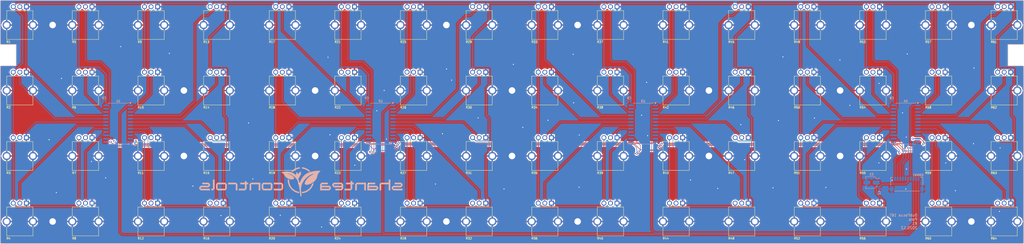
<source format=kicad_pcb>
(kicad_pcb (version 20241229) (generator "pcbnew") (generator_version "9.0")
  (layers (0 "F.Cu" signal) (2 "B.Cu" signal) (13 "F.Paste" user) (15 "B.Paste" user) (5 "F.SilkS" user "F.Silkscreen") (7 "B.SilkS" user "B.Silkscreen") (1 "F.Mask" user) (3 "B.Mask" user) (25 "Edge.Cuts" user))
  (net 0 "")
  (net 1 "/MUX_S0")
  (net 2 "/MUX_COMMON_3")
  (net 3 "/MUX_COMMON_4")
  (net 4 "/MUX_S3")
  (net 5 "/MUX_S1")
  (net 6 "/MUX_S2")
  (net 7 "/MUX_COMMON_2")
  (net 8 "/MUX_COMMON_1")
  (net 9 "GND")
  (net 10 "/Mux 1/POT1")
  (net 11 "/Mux 1/POT2")
  (net 12 "/Mux 1/POT3")
  (net 13 "/Mux 1/POT4")
  (net 14 "/Mux 1/POT5")
  (net 15 "/Mux 1/POT6")
  (net 16 "/Mux 1/POT7")
  (net 17 "/Mux 1/POT8")
  (net 18 "/Mux 1/POT9")
  (net 19 "/Mux 1/POT10")
  (net 20 "/Mux 1/POT11")
  (net 21 "/Mux 1/POT12")
  (net 22 "/Mux 1/POT13")
  (net 23 "/Mux 1/POT14")
  (net 24 "/Mux 1/POT15")
  (net 25 "/Mux 1/POT16")
  (net 26 "/Mux 2/POT1")
  (net 27 "/Mux 2/POT2")
  (net 28 "/Mux 2/POT3")
  (net 29 "+3V3")
  (net 30 "/Mux 2/POT4")
  (net 31 "/Mux 2/POT5")
  (net 32 "/Mux 2/POT6")
  (net 33 "/Mux 2/POT7")
  (net 34 "/Mux 2/POT8")
  (net 35 "/Mux 2/POT9")
  (net 36 "/Mux 2/POT10")
  (net 37 "/Mux 2/POT11")
  (net 38 "/Mux 2/POT12")
  (net 39 "/Mux 2/POT13")
  (net 40 "/Mux 2/POT14")
  (net 41 "/Mux 2/POT15")
  (net 42 "/Mux 2/POT16")
  (net 43 "/Mux 3/POT1")
  (net 44 "/Mux 3/POT2")
  (net 45 "/Mux 3/POT3")
  (net 46 "/Mux 3/POT4")
  (net 47 "/Mux 3/POT5")
  (net 48 "/Mux 3/POT6")
  (net 49 "/Mux 3/POT7")
  (net 50 "/Mux 3/POT8")
  (net 51 "/Mux 3/POT9")
  (net 52 "/Mux 3/POT10")
  (net 53 "/Mux 3/POT11")
  (net 54 "/Mux 3/POT12")
  (net 55 "/Mux 3/POT13")
  (net 56 "/Mux 3/POT14")
  (net 57 "/Mux 3/POT15")
  (net 58 "/Mux 3/POT16")
  (net 59 "/Mux 4/POT1")
  (net 60 "/Mux 4/POT2")
  (net 61 "/Mux 4/POT3")
  (net 62 "/Mux 4/POT4")
  (net 63 "/Mux 4/POT5")
  (net 64 "/Mux 4/POT6")
  (net 65 "/Mux 4/POT7")
  (net 66 "/Mux 4/POT8")
  (net 67 "/Mux 4/POT9")
  (net 68 "/Mux 4/POT10")
  (net 69 "/Mux 4/POT11")
  (net 70 "/Mux 4/POT12")
  (net 71 "/Mux 4/POT13")
  (net 72 "/Mux 4/POT14")
  (net 73 "/Mux 4/POT15")
  (net 74 "/Mux 4/POT16")
  (footprint "MountingHole:MountingHole_2.5mm_Pad" (layer "F.Cu") (at 316.5 164)
    (property "Reference" "H3" (hide yes))
    (property "Value" "MountingHole_Pad")
  )
  (footprint "Igor:RK09D1130C2P" (layer "F.Cu") (at 229 164 180)
    (property "Reference" "R13")
    (property "Value" "10k" (hide yes))
  )
  (footprint "MountingHole:MountingHole_2.5mm_Pad" (layer "F.Cu") (at 516.5 164)
    (property "Reference" "H15" (hide yes))
    (property "Value" "MountingHole_Pad")
  )
  (footprint "Igor:RK09D1130C2P" (layer "F.Cu") (at 329 164 180)
    (property "Reference" "R29")
    (property "Value" "10k" (hide yes))
  )
  (footprint "Igor:RK09D1130C2P" (layer "F.Cu") (at 279 189 180)
    (property "Reference" "R22")
    (property "Value" "10k" (hide yes))
  )
  (footprint "MountingHole:MountingHole_2.5mm_Pad" (layer "F.Cu") (at 366.5 239)
    (property "Reference" "H5" (hide yes))
    (property "Value" "MountingHole_Pad")
  )
  (footprint "MountingHole:MountingHole_2.5mm_Pad" (layer "F.Cu") (at 516.5 239)
    (property "Reference" "H4" (hide yes))
    (property "Value" "MountingHole_Pad")
  )
  (footprint "Igor:RK09D1130C2P" (layer "F.Cu") (at 404 164 180)
    (property "Reference" "R41")
    (property "Value" "10k" (hide yes))
  )
  (footprint "Igor:RK09D1130C2P" (layer "F.Cu") (at 529 164 180)
    (property "Reference" "R61")
    (property "Value" "10k" (hide yes))
  )
  (footprint "MountingHole:MountingHole_2.5mm_Pad" (layer "F.Cu") (at 216.5 214)
    (property "Reference" "H14" (hide yes))
    (property "Value" "MountingHole_Pad")
  )
  (footprint "Igor:RK09D1130C2P" (layer "F.Cu") (at 429 239 180)
    (property "Reference" "R48")
    (property "Value" "10k" (hide yes))
  )
  (footprint "Igor:RK09D1130C2P" (layer "F.Cu") (at 304 164 180)
    (property "Reference" "R25")
    (property "Value" "10k" (hide yes))
  )
  (footprint "Igor:RK09D1130C2P" (layer "F.Cu") (at 179 189 180)
    (property "Reference" "R6")
    (property "Value" "10k" (hide yes))
  )
  (footprint "MountingHole:MountingHole_2.5mm_Pad" (layer "F.Cu") (at 266.5 214)
    (property "Reference" "H2" (hide yes))
    (property "Value" "MountingHole_Pad")
  )
  (footprint "Igor:RK09D1130C2P" (layer "F.Cu") (at 154 189 180)
    (property "Reference" "R2")
    (property "Value" "10k" (hide yes))
  )
  (footprint "MountingHole:MountingHole_2.5mm_Pad" (layer "F.Cu") (at 416.5 214)
    (property "Reference" "H18" (hide yes))
    (property "Value" "MountingHole_Pad")
  )
  (footprint "Igor:RK09D1130C2P" (layer "F.Cu") (at 479 239 180)
    (property "Reference" "R56")
    (property "Value" "10k" (hide yes))
  )
  (footprint "Igor:RK09D1130C2P" (layer "F.Cu") (at 204 214 180)
    (property "Reference" "R11")
    (property "Value" "10k" (hide yes))
  )
  (footprint "Igor:RK09D1130C2P" (layer "F.Cu") (at 354 164 180)
    (property "Reference" "R33")
    (property "Value" "10k" (hide yes))
  )
  (footprint "Igor:RK09D1130C2P" (layer "F.Cu") (at 504 239 180)
    (property "Reference" "R60")
    (property "Value" "10k" (hide yes))
  )
  (footprint "Igor:RK09D1130C2P" (layer "F.Cu") (at 529 239 180)
    (property "Reference" "R64")
    (property "Value" "10k" (hide yes))
  )
  (footprint "Igor:RK09D1130C2P" (layer "F.Cu") (at 379 214 180)
    (property "Reference" "R39")
    (property "Value" "10k" (hide yes))
  )
  (footprint "Igor:RK09D1130C2P" (layer "F.Cu") (at 479 214 180)
    (property "Reference" "R55")
    (property "Value" "10k" (hide yes))
  )
  (footprint "Igor:RK09D1130C2P" (layer "F.Cu") (at 454 189 180)
    (property "Reference" "R50")
    (property "Value" "10k" (hide yes))
  )
  (footprint "Igor:RK09D1130C2P" (layer "F.Cu") (at 179 239 180)
    (property "Reference" "R8")
    (property "Value" "10k" (hide yes))
  )
  (footprint "Igor:RK09D1130C2P" (layer "F.Cu") (at 179 214 180)
    (property "Reference" "R7")
    (property "Value" "10k" (hide yes))
  )
  (footprint "Igor:RK09D1130C2P" (layer "F.Cu") (at 279 239 180)
    (property "Reference" "R24")
    (property "Value" "10k" (hide yes))
  )
  (footprint "Igor:RK09D1130C2P" (layer "F.Cu") (at 379 164 180)
    (property "Reference" "R37")
    (property "Value" "10k" (hide yes))
  )
  (footprint "Igor:RK09D1130C2P" (layer "F.Cu") (at 254 164 180)
    (property "Reference" "R17")
    (property "Value" "10k" (hide yes))
  )
  (footprint "Igor:RK09D1130C2P" (layer "F.Cu") (at 229 214 180)
    (property "Reference" "R15")
    (property "Value" "10k" (hide yes))
  )
  (footprint "MountingHole:MountingHole_2.5mm_Pad" (layer "F.Cu") (at 466.5 189)
    (property "Reference" "H16" (hide yes))
    (property "Value" "MountingHole_Pad")
  )
  (footprint "MountingHole:MountingHole_2.5mm_Pad" (layer "F.Cu") (at 341.5 189)
    (property "Reference" "H12" (hide yes))
    (property "Value" "MountingHole_Pad")
  )
  (footprint "Igor:RK09D1130C2P" (layer "F.Cu") (at 154 164 180)
    (property "Reference" "R1")
    (property "Value" "10k" (hide yes))
  )
  (footprint "Igor:RK09D1130C2P" (layer "F.Cu") (at 279 164 180)
    (property "Reference" "R21")
    (property "Value" "10k" (hide yes))
  )
  (footprint "Igor:RK09D1130C2P" (layer "F.Cu") (at 379 189 180)
    (property "Reference" "R38")
    (property "Value" "10k" (hide yes))
  )
  (footprint "Igor:RK09D1130C2P" (layer "F.Cu") (at 354 189 180)
    (property "Reference" "R34")
    (property "Value" "10k" (hide yes))
  )
  (footprint "Igor:RK09D1130C2P" (layer "F.Cu") (at 404 214 180)
    (property "Reference" "R43")
    (property "Value" "10k" (hide yes))
  )
  (footprint "MountingHole:MountingHole_2.5mm_Pad" (layer "F.Cu") (at 166.5 164)
    (property "Reference" "H1" (hide yes))
    (property "Value" "MountingHole_Pad")
  )
  (footprint "MountingHole:MountingHole_2.5mm_Pad" (layer "F.Cu") (at 266.5 189)
    (property "Reference" "H8" (hide yes))
    (property "Value" "MountingHole_Pad")
  )
  (footprint "Igor:RK09D1130C2P" (layer "F.Cu") (at 229 189 180)
    (property "Reference" "R14")
    (property "Value" "10k" (hide yes))
  )
  (footprint "Igor:RK09D1130C2P" (layer "F.Cu") (at 529 189 180)
    (property "Reference" "R62")
    (property "Value" "10k" (hide yes))
  )
  (footprint "MountingHole:MountingHole_2.5mm_Pad" (layer "F.Cu") (at 166.5 239)
    (property "Reference" "H7" (hide yes))
    (property "Value" "MountingHole_Pad")
  )
  (footprint "Igor:RK09D1130C2P" (layer "F.Cu") (at 204 164 180)
    (property "Reference" "R9")
    (property "Value" "10k" (hide yes))
  )
  (footprint "Igor:RK09D1130C2P" (layer "F.Cu") (at 479 164 180)
    (property "Reference" "R53")
    (property "Value" "10k" (hide yes))
  )
  (footprint "Igor:RK09D1130C2P" (layer "F.Cu") (at 229 239 180)
    (property "Reference" "R16")
    (property "Value" "10k" (hide yes))
  )
  (footprint "Igor:RK09D1130C2P" (layer "F.Cu") (at 379 239 180)
    (property "Reference" "R40")
    (property "Value" "10k" (hide yes))
  )
  (footprint "Igor:RK09D1130C2P" (layer "F.Cu") (at 454 239 180)
    (property "Reference" "R52")
    (property "Value" "10k" (hide yes))
  )
  (footprint "Igor:RK09D1130C2P" (layer "F.Cu") (at 504 214 180)
    (property "Reference" "R59")
    (property "Value" "10k" (hide yes))
  )
  (footprint "Igor:RK09D1130C2P" (layer "F.Cu") (at 304 214 180)
    (property "Reference" "R27")
    (property "Value" "10k" (hide yes))
  )
  (footprint "Igor:RK09D1130C2P" (layer "F.Cu") (at 454 164 180)
    (property "Reference" "R49")
    (property "Value" "10k" (hide yes))
  )
  (footprint "Igor:RK09D1130C2P" (layer "F.Cu") (at 504 164 180)
    (property "Reference" "R57")
    (property "Value" "10k" (hide yes))
  )
  (footprint "MountingHole:MountingHole_2.5mm_Pad" (layer "F.Cu") (at 216.5 189)
    (property "Reference" "H13" (hide yes))
    (property "Value" "MountingHole_Pad")
  )
  (footprint "Igor:RK09D1130C2P" (layer "F.Cu") (at 304 189 180)
    (property "Reference" "R26")
    (property "Value" "10k" (hide yes))
  )
  (footprint "Igor:RK09D1130C2P" (layer "F.Cu") (at 354 239 180)
    (property "Reference" "R36")
    (property "Value" "10k" (hide yes))
  )
  (footprint "Igor:RK09D1130C2P" (layer "F.Cu") (at 254 239 180)
    (property "Reference" "R20")
    (property "Value" "10k" (hide yes))
  )
  (footprint "Igor:RK09D1130C2P" (layer "F.Cu") (at 404 239 180)
    (property "Reference" "R44")
    (property "Value" "10k" (hide yes))
  )
  (footprint "Igor:RK09D1130C2P" (layer "F.Cu") (at 329 189 180)
    (property "Reference" "R30")
    (property "Value" "10k" (hide yes))
  )
  (footprint "Igor:RK09D1130C2P" (layer "F.Cu") (at 254 189 180)
    (property "Reference" "R18")
    (property "Value" "10k" (hide yes))
  )
  (footprint "Igor:RK09D1130C2P" (layer "F.Cu") (at 479 189 180)
    (property "Reference" "R54")
    (property "Value" "10k" (hide yes))
  )
  (footprint "Igor:RK09D1130C2P" (layer "F.Cu") (at 504 189 180)
    (property "Reference" "R58")
    (property "Value" "10k" (hide yes))
  )
  (footprint "Igor:RK09D1130C2P" (layer "F.Cu") (at 279 214 180)
    (property "Reference" "R23")
    (property "Value" "10k" (hide yes))
  )
  (footprint "Igor:RK09D1130C2P" (layer "F.Cu") (at 154 214 180)
    (property "Reference" "R3")
    (property "Value" "10k" (hide yes))
  )
  (footprint "MountingHole:MountingHole_2.5mm_Pad" (layer "F.Cu") (at 466.5 214)
    (property "Reference" "H10" (hide yes))
    (property "Value" "MountingHole_Pad")
  )
  (footprint "Igor:RK09D1130C2P" (layer "F.Cu") (at 329 239 180)
    (property "Reference" "R32")
    (property "Value" "10k" (hide yes))
  )
  (footprint "Igor:RK09D1130C2P" (layer "F.Cu") (at 404 189 180)
    (property "Reference" "R42")
    (property "Value" "10k" (hide yes))
  )
  (footprint "Igor:RK09D1130C2P" (layer "F.Cu") (at 204 239 180)
    (property "Reference" "R12")
    (property "Value" "10k" (hide yes))
  )
  (footprint "Igor:RK09D1130C2P" (layer "F.Cu") (at 304 239 180)
    (property "Reference" "R28")
    (property "Value" "10k" (hide yes))
  )
  (footprint "Igor:RK09D1130C2P" (layer "F.Cu") (at 254 214 180)
    (property "Reference" "R19")
    (property "Value" "10k" (hide yes))
  )
  (footprint "MountingHole:MountingHole_2.5mm_Pad" (layer "F.Cu") (at 366.5 164)
    (property "Reference" "H11" (hide yes))
    (property "Value" "MountingHole_Pad")
  )
  (footprint "Igor:RK09D1130C2P" (layer "F.Cu") (at 429 189 180)
    (property "Reference" "R46")
    (property "Value" "10k" (hide yes))
  )
  (footprint "Igor:RK09D1130C2P" (layer "F.Cu") (at 529 214 180)
    (property "Reference" "R63")
    (property "Value" "10k" (hide yes))
  )
  (footprint "Igor:RK09D1130C2P" (layer "F.Cu") (at 354 214 180)
    (property "Reference" "R35")
    (property "Value" "10k" (hide yes))
  )
  (footprint "Igor:RK09D1130C2P" (layer "F.Cu") (at 204 189 180)
    (property "Reference" "R10")
    (property "Value" "10k" (hide yes))
  )
  (footprint "MountingHole:MountingHole_2.5mm_Pad" (layer "F.Cu") (at 316.5 239)
    (property "Reference" "H9" (hide yes))
    (property "Value" "MountingHole_Pad")
  )
  (footprint "Igor:RK09D1130C2P" (layer "F.Cu") (at 154 239 180)
    (property "Reference" "R4")
    (property "Value" "10k" (hide yes))
  )
  (footprint "Igor:RK09D1130C2P" (layer "F.Cu") (at 329 214 180)
    (property "Reference" "R31")
    (property "Value" "10k" (hide yes))
  )
  (footprint "Igor:RK09D1130C2P" (layer "F.Cu") (at 429 214 180)
    (property "Reference" "R47")
    (property "Value" "10k" (hide yes))
  )
  (footprint "MountingHole:MountingHole_2.5mm_Pad" (layer "F.Cu") (at 416.5 189)
    (property "Reference" "H17" (hide yes))
    (property "Value" "MountingHole_Pad")
  )
  (footprint "Igor:RK09D1130C2P" (layer "F.Cu") (at 179 164 180)
    (property "Reference" "R5")
    (property "Value" "10k" (hide yes))
  )
  (footprint "Igor:RK09D1130C2P" (layer "F.Cu") (at 454 214 180)
    (property "Reference" "R51")
    (property "Value" "10k" (hide yes))
  )
  (footprint "Igor:RK09D1130C2P" (layer "F.Cu") (at 429 164 180)
    (property "Reference" "R45")
    (property "Value" "10k" (hide yes))
  )
  (footprint "MountingHole:MountingHole_2.5mm_Pad" (layer "F.Cu") (at 341.5 214)
    (property "Reference" "H6" (hide yes))
    (property "Value" "MountingHole_Pad")
  )
  (footprint "Package_SO:SOIC-24W_7.5x15.4mm_P1.27mm" (layer "B.Cu") (at 391.474998 201.659999 180)
    (property "Reference" "U3")
    (property "Value" "MC14067BDWR2G-SO24W")
  )
  (footprint "Capacitor_SMD:C_0402_1005Metric" (layer "B.Cu") (at 486.124997 192.859998)
    (property "Reference" "C6")
    (property "Value" "100n")
  )
  (footprint "Package_SO:SOIC-24W_7.5x15.4mm_P1.27mm" (layer "B.Cu") (at 491.474997 201.659998 180)
    (property "Reference" "U4")
    (property "Value" "MC14067BDWR2G-SO24W")
  )
  (footprint "Capacitor_SMD:C_0402_1005Metric" (layer "B.Cu") (at 386.124998 192.859999)
    (property "Reference" "C5")
    (property "Value" "100n")
  )
  (footprint "Capacitor_SMD:CP_Elec_4x5.4" (layer "B.Cu") (at 478.455 224.14 180)
    (property "Reference" "C1")
    (property "Value" "10u")
  )
  (footprint "Capacitor_SMD:C_0402_1005Metric" (layer "B.Cu") (at 286.124999 192.86)
    (property "Reference" "C4")
    (property "Value" "100n")
  )
  (footprint "Capacitor_SMD:C_0402_1005Metric" (layer "B.Cu") (at 186.125 192.86)
    (property "Reference" "C3")
    (property "Value" "100n")
  )
  (footprint "Capacitor_SMD:C_0402_1005Metric" (layer "B.Cu") (at 481.455 226.29 -90)
    (property "Reference" "C2")
    (property "Value" "100n")
  )
  (footprint "Igor:CONN_SM10B-SRSS-TB_JST" (layer "B.Cu") (at 491.9 224.8)
    (property "Reference" "CONN1")
    (property "Value" "~")
  )
  (footprint "Package_SO:SOIC-24W_7.5x15.4mm_P1.27mm" (layer "B.Cu") (at 291.474999 201.66 180)
    (property "Reference" "U2")
    (property "Value" "MC14067BDWR2G-SO24W")
  )
  (footprint "Package_SO:SOIC-24W_7.5x15.4mm_P1.27mm" (layer "B.Cu") (at 191.475 201.66 180)
    (property "Reference" "U1")
    (property "Value" "MC14067BDWR2G-SO24W")
  )
  (gr_poly (pts (xy 264.632293 220.146865) (xy 264.626236 220.14871) (xy 264.620208 220.150589) (xy 264.644378 220.143197)) (stroke (width 0.06)) (fill yes) (layer "B.SilkS"))
  (gr_poly (pts (xy 260.415363 218.341896) (xy 260.18368 218.378154) (xy 259.955657 218.424995) (xy 259.731553 218.482155) (xy 259.511627 218.549369) (xy 259.296138 218.626371) (xy 259.085344 218.712897) (xy 258.879504 218.80868) (xy 258.678877 218.913456) (xy 258.483722 219.02696) (xy 258.294298 219.148926) (xy 258.110863 219.279088) (xy 257.933676 219.417183) (xy 257.762996 219.562944) (xy 257.599082 219.716106) (xy 257.442192 219.876404) (xy 257.501143 219.896788) (xy 257.559922 219.917953) (xy 257.618535 219.939894) (xy 257.676986 219.962609) (xy 257.73528 219.986095) (xy 257.79342 220.010346) (xy 257.851411 220.035361) (xy 257.909257 220.061136) (xy 258.047025 219.930934) (xy 258.190153 219.806524) (xy 258.338452 219.688101) (xy 258.491731 219.575859) (xy 258.649802 219.469994) (xy 258.812473 219.370701) (xy 258.979556 219.278175) (xy 259.150859 219.192611) (xy 259.326193 219.114204) (xy 259.505369 219.043148) (xy 259.688195 218.97964) (xy 259.874483 218.923873) (xy 260.064042 218.876043) (xy 260.256682 218.836345) (xy 260.452214 218.804975) (xy 260.650447 218.782126) (xy 260.650447 218.316488)) (stroke (width 0.06)) (fill yes) (layer "B.SilkS"))
  (gr_poly (pts (xy 246.16555 224.765) (xy 246.16555 226.502179) (xy 246.745756 227.081165) (xy 249.647003 227.081165) (xy 250.227283 226.502179) (xy 249.647003 226.502179) (xy 246.745756 226.502179) (xy 246.745756 224.765) (xy 249.647003 224.765) (xy 249.647003 226.502179) (xy 250.227283 226.502179) (xy 250.227283 224.765) (xy 249.647003 224.186014) (xy 246.745756 224.186014)) (stroke (width 0.06)) (fill yes) (layer "B.SilkS"))
  (gr_poly (pts (xy 273.074691 224.765) (xy 273.074691 225.344059) (xy 273.65497 225.923044) (xy 276.556139 225.923044) (xy 276.556139 226.502179) (xy 274.23525 226.502179) (xy 274.23525 227.081164) (xy 276.556139 227.081164) (xy 276.556139 227.081165) (xy 277.136419 226.502179) (xy 277.136419 225.344059) (xy 276.556139 225.344059) (xy 273.65497 225.344059) (xy 273.65497 224.765) (xy 276.556139 224.765) (xy 276.556139 225.344059) (xy 277.136419 225.344059) (xy 277.136419 224.765) (xy 276.556139 224.186014) (xy 273.65497 224.186014)) (stroke (width 0.06)) (fill yes) (layer "B.SilkS"))
  (gr_poly (pts (xy 250.807484 224.765) (xy 253.708726 224.765) (xy 253.708726 226.502179) (xy 250.807484 226.502179) (xy 250.807484 227.081165) (xy 253.708726 227.081165) (xy 254.289006 226.502179) (xy 254.289006 224.765) (xy 253.708726 224.186014) (xy 250.807484 224.186014)) (stroke (width 0.06)) (fill yes) (layer "B.SilkS"))
  (gr_poly (pts (xy 256.109218 222.999576) (xy 256.105397 223.084848) (xy 256.103062 223.170484) (xy 256.102272 223.256456) (xy 256.107721 223.490134) (xy 256.123907 223.721053) (xy 256.150587 223.948971) (xy 256.187519 224.173646) (xy 256.23446 224.394838) (xy 256.291167 224.612305) (xy 256.357398 224.825805) (xy 256.432911 225.035097) (xy 256.517462 225.239939) (xy 256.61081 225.44009) (xy 256.712711 225.635309) (xy 256.822923 225.825354) (xy 256.941204 226.009984) (xy 257.067311 226.188957) (xy 257.201001 226.362032) (xy 257.342032 226.528967) (xy 257.490161 226.689521) (xy 257.645147 226.843452) (xy 257.806745 226.990519) (xy 257.974714 227.130481) (xy 258.14881 227.263095) (xy 258.328793 227.388122) (xy 258.514418 227.505318) (xy 258.705443 227.614443) (xy 258.901627 227.715256) (xy 259.102725 227.807514) (xy 259.308496 227.890976) (xy 259.518697 227.965401) (xy 259.733086 228.030548) (xy 259.95142 228.086174) (xy 260.173456 228.132039) (xy 260.398952 228.167901) (xy 260.371846 227.932319) (xy 260.343059 227.690466) (xy 260.144087 227.653444) (xy 259.948257 227.607799) (xy 259.755779 227.553739) (xy 259.566861 227.491471) (xy 259.381709 227.421202) (xy 259.200534 227.343139) (xy 259.023542 227.25749) (xy 258.850941 227.164461) (xy 258.682941 227.064259) (xy 258.519748 226.957093) (xy 258.361572 226.843168) (xy 258.20862 226.722692) (xy 258.0611 226.595872) (xy 257.919221 226.462916) (xy 257.78319 226.32403) (xy 257.653216 226.179422) (xy 257.529507 226.029298) (xy 257.41227 225.873866) (xy 257.301715 225.713333) (xy 257.198049 225.547906) (xy 257.10148 225.377792) (xy 257.012217 225.203199) (xy 256.930467 225.024333) (xy 256.856439 224.841402) (xy 256.790341 224.654613) (xy 256.73238 224.464172) (xy 256.682766 224.270288) (xy 256.641705 224.073167) (xy 256.609407 223.873016) (xy 256.58608 223.670042) (xy 256.57193 223.464454) (xy 256.567168 223.256456) (xy 256.567301 223.235458) (xy 256.56767 223.214512) (xy 256.568945 223.172743) (xy 256.572409 223.089421) (xy 256.513288 223.070309) (xy 256.454642 223.05035) (xy 256.3965 223.029576) (xy 256.338895 223.008023) (xy 256.281858 222.985724) (xy 256.22542 222.962714) (xy 256.169614 222.939026) (xy 256.114471 222.914695)) (stroke (width 0.06)) (fill yes) (layer "B.SilkS"))
  (gr_poly (pts (xy 268.432688 224.765) (xy 268.432688 227.081165) (xy 271.91421 227.081165) (xy 272.494414 226.502179) (xy 271.91421 226.502179) (xy 269.012965 226.502179) (xy 269.012965 225.923045) (xy 271.91421 225.923045) (xy 271.91421 226.502179) (xy 272.494414 226.502179) (xy 272.494414 225.923045) (xy 271.91421 225.34406) (xy 269.012965 225.34406) (xy 269.012965 224.765) (xy 271.333932 224.765) (xy 271.333932 224.186015) (xy 269.012965 224.186015)) (stroke (width 0.06)) (fill yes) (layer "B.SilkS"))
  (gr_poly (pts (xy 239.782791 224.186014) (xy 238.042103 224.186014) (xy 238.042103 224.765) (xy 239.782791 224.765) (xy 239.782791 226.502179) (xy 237.461824 226.502179) (xy 237.461824 227.081165) (xy 239.782791 227.081165) (xy 240.363066 226.502179) (xy 240.363066 224.765) (xy 240.943346 224.765) (xy 240.943346 224.186014) (xy 240.363066 224.186014) (xy 240.363066 223.607029) (xy 239.782791 223.607029)) (stroke (width 0.06)) (fill yes) (layer "B.SilkS"))
  (gr_poly (pts (xy 294.543805 224.186014) (xy 291.642637 224.186014) (xy 291.062358 224.764999) (xy 291.062358 227.081164) (xy 291.642637 227.081164) (xy 291.642637 224.764999) (xy 294.543805 224.764999) (xy 294.543805 227.081164) (xy 295.124084 227.081164) (xy 295.124084 223.027969) (xy 294.543805 223.027969)) (stroke (width 0.06)) (fill yes) (layer "B.SilkS"))
  (gr_poly (pts (xy 256.207776 222.57582) (xy 256.259144 222.599358) (xy 256.311242 222.622322) (xy 256.364012 222.644692) (xy 256.311242 222.622322) (xy 256.259144 222.599358) (xy 256.207776 222.57582) (xy 256.157196 222.551729)) (stroke (width 0.06)) (fill yes) (layer "B.SilkS"))
  (gr_poly (pts (xy 241.523552 224.765) (xy 241.523552 227.081165) (xy 242.103831 227.081165) (xy 242.103831 224.765) (xy 245.005 224.765) (xy 245.005 227.081165) (xy 245.58528 227.081165) (xy 245.58528 224.186014) (xy 242.103831 224.186014)) (stroke (width 0.06)) (fill yes) (layer "B.SilkS"))
  (gr_poly (pts (xy 296.86477 224.765) (xy 299.18581 224.765) (xy 299.18581 225.34406) (xy 296.284567 225.34406) (xy 295.704288 225.923045) (xy 295.704288 226.502179) (xy 296.284567 227.081165) (xy 299.766014 227.081165) (xy 299.766014 226.502179) (xy 296.284567 226.502179) (xy 296.284567 225.923045) (xy 299.18581 225.923045) (xy 299.766014 225.34406) (xy 299.766014 224.765) (xy 299.18581 224.186015) (xy 296.86477 224.186015)) (stroke (width 0.06)) (fill yes) (layer "B.SilkS"))
  (gr_poly (pts (xy 228.758166 224.765) (xy 228.758166 226.502179) (xy 229.338446 227.081165) (xy 232.239615 227.081165) (xy 232.819821 226.502179) (xy 232.239615 226.502179) (xy 229.338446 226.502179) (xy 229.338446 224.765) (xy 232.239615 224.765) (xy 232.239615 226.502179) (xy 232.819821 226.502179) (xy 232.819821 224.765) (xy 232.239615 224.186014) (xy 229.338446 224.186014)) (stroke (width 0.06)) (fill yes) (layer "B.SilkS"))
  (gr_poly (pts (xy 265.852152 224.36733) (xy 265.780963 224.416468) (xy 265.708948 224.464649) (xy 265.636135 224.511824) (xy 265.562555 224.557946) (xy 265.488235 224.602966) (xy 265.413205 224.646836) (xy 265.337494 224.689509) (xy 265.221635 224.994765) (xy 265.084653 225.289019) (xy 264.927481 225.571338) (xy 264.751053 225.84079) (xy 264.556302 226.096441) (xy 264.344162 226.33736) (xy 264.115566 226.562613) (xy 263.871449 226.771269) (xy 263.612743 226.962394) (xy 263.340381 227.135057) (xy 263.055299 227.288324) (xy 262.758429 227.421262) (xy 262.450704 227.532941) (xy 262.133058 227.622426) (xy 261.806426 227.688785) (xy 261.471739 227.731086) (xy 261.479204 227.844617) (xy 261.48747 227.959191) (xy 261.496551 228.075151) (xy 261.506458 228.19284) (xy 261.709528 228.170921) (xy 261.910087 228.140921) (xy 262.107966 228.103009) (xy 262.302997 228.057352) (xy 262.495011 228.004119) (xy 262.68384 227.943477) (xy 262.869314 227.875595) (xy 263.051264 227.800641) (xy 263.229523 227.718784) (xy 263.403922 227.63019) (xy 263.574291 227.535029) (xy 263.740462 227.433469) (xy 263.902267 227.325677) (xy 264.059536 227.211821) (xy 264.212101 227.092071) (xy 264.359793 226.966594) (xy 264.502443 226.835558) (xy 264.639883 226.699131) (xy 264.771945 226.557482) (xy 264.898458 226.410778) (xy 265.019255 226.259188) (xy 265.134167 226.102879) (xy 265.243025 225.942021) (xy 265.345661 225.77678) (xy 265.441905 225.607326) (xy 265.531589 225.433826) (xy 265.614545 225.256449) (xy 265.690603 225.075362) (xy 265.759594 224.890734) (xy 265.821351 224.702732) (xy 265.875705 224.511526) (xy 265.922486 224.317283)) (stroke (width 0.06)) (fill yes) (layer "B.SilkS"))
  (gr_poly (pts (xy 227.597612 226.502179) (xy 227.017406 226.502179) (xy 227.017406 227.081165) (xy 227.597612 227.081165) (xy 228.177887 226.502179) (xy 228.177887 223.027969) (xy 227.597612 223.027969)) (stroke (width 0.06)) (fill yes) (layer "B.SilkS"))
  (gr_poly (pts (xy 233.400101 224.765) (xy 236.301343 224.765) (xy 236.301343 227.081165) (xy 236.881622 227.081165) (xy 236.881622 224.765) (xy 236.301343 224.186014) (xy 233.400101 224.186014)) (stroke (width 0.06)) (fill yes) (layer "B.SilkS"))
  (gr_poly (pts (xy 223.535889 224.765) (xy 225.856929 224.765) (xy 225.856929 225.34406) (xy 222.955687 225.34406) (xy 222.375407 225.923045) (xy 222.375407 226.502179) (xy 222.955687 227.081165) (xy 226.437131 227.081165) (xy 226.437131 226.502179) (xy 222.955687 226.502179) (xy 222.955687 225.923045) (xy 225.856929 225.923045) (xy 226.437135 225.34406) (xy 226.437135 224.765) (xy 225.856929 224.186015) (xy 223.535889 224.186015)) (stroke (width 0.06)) (fill yes) (layer "B.SilkS"))
  (gr_poly (pts (xy 286.420352 224.765) (xy 286.420352 227.081165) (xy 289.901801 227.081165) (xy 290.482154 226.502179) (xy 289.901801 226.502179) (xy 287.000632 226.502179) (xy 287.000632 225.923045) (xy 289.901801 225.923045) (xy 289.901801 226.502179) (xy 290.482154 226.502179) (xy 290.482154 225.923045) (xy 289.901801 225.34406) (xy 287.000632 225.34406) (xy 287.000632 224.765) (xy 289.321597 224.765) (xy 289.321597 224.186015) (xy 287.000632 224.186015)) (stroke (width 0.06)) (fill yes) (layer "B.SilkS"))
  (gr_poly (pts (xy 264.562251 220.168791) (xy 264.50477 220.187336) (xy 264.447766 220.206231) (xy 264.391239 220.225483) (xy 264.447776 220.206252) (xy 264.504797 220.187392) (xy 264.562282 220.168854) (xy 264.620207 220.150589)) (stroke (width 0.06)) (fill yes) (layer "B.SilkS"))
  (gr_poly (pts (xy 267.972785 219.646418) (xy 267.464965 219.675538) (xy 266.980131 219.714659) (xy 266.517567 219.764223) (xy 266.07656 219.824668) (xy 265.656397 219.896435) (xy 265.256363 219.979965) (xy 264.875745 220.075696) (xy 264.817193 220.092039) (xy 264.759139 220.108775) (xy 264.701547 220.125846) (xy 264.644382 220.143197) (xy 264.620212 220.150589) (xy 264.562286 220.168854) (xy 264.504802 220.187392) (xy 264.447781 220.206252) (xy 264.391244 220.225483) (xy 264.034511 220.359597) (xy 263.696977 220.509178) (xy 263.377834 220.674772) (xy 263.076272 220.856929) (xy 262.791482 221.056197) (xy 262.522654 221.273124) (xy 262.26898 221.508258) (xy 262.029651 221.762148) (xy 261.803857 222.035342) (xy 261.590789 222.328388) (xy 261.389638 222.641835) (xy 261.199596 222.976232) (xy 261.019852 223.332125) (xy 260.849598 223.710064) (xy 260.688024 224.110597) (xy 260.534321 224.534272) (xy 260.495776 224.372263) (xy 260.460509 224.213276) (xy 260.393796 223.902626) (xy 260.35934 223.750092) (xy 260.322144 223.598836) (xy 260.280704 223.448425) (xy 260.233516 223.298421) (xy 260.194887 223.173162) (xy 260.166306 223.057041) (xy 260.147197 222.949286) (xy 260.136985 222.849122) (xy 260.135098 222.755777) (xy 260.140959 222.668479) (xy 260.153995 222.586454) (xy 260.17363 222.508929) (xy 260.199291 222.435131) (xy 260.230402 222.364287) (xy 260.30668 222.228371) (xy 260.397866 222.094995) (xy 260.499364 221.957977) (xy 260.606579 221.811132) (xy 260.714914 221.648277) (xy 260.819773 221.463228) (xy 260.869463 221.360448) (xy 260.91656 221.2498) (xy 260.96049 221.130512) (xy 261.000678 221.001811) (xy 261.03655 220.862923) (xy 261.067531 220.713075) (xy 261.093047 220.551496) (xy 261.112523 220.37741) (xy 261.125385 220.190047) (xy 261.131058 219.988632) (xy 261.082926 220.006853) (xy 261.035503 220.026677) (xy 260.942772 220.070854) (xy 260.852836 220.120601) (xy 260.765667 220.175359) (xy 260.681237 220.234564) (xy 260.599517 220.297655) (xy 260.520478 220.364071) (xy 260.444094 220.43325) (xy 260.370335 220.504631) (xy 260.299173 220.577651) (xy 260.230579 220.65175) (xy 260.164526 220.726366) (xy 260.039928 220.874903) (xy 259.925152 221.018769) (xy 259.665431 220.168286) (xy 259.588663 220.226177) (xy 259.55431 220.255098) (xy 259.5225 220.284073) (xy 259.493127 220.313158) (xy 259.466084 220.342404) (xy 259.441264 220.371868) (xy 259.418561 220.401601) (xy 259.397866 220.431658) (xy 259.379072 220.462093) (xy 259.362074 220.492959) (xy 259.346764 220.52431) (xy 259.320778 220.588684) (xy 259.300259 220.655643) (xy 259.284351 220.725619) (xy 259.272197 220.799041) (xy 259.262942 220.87634) (xy 259.255728 220.957945) (xy 259.230167 221.336039) (xy 259.036219 221.175123) (xy 258.842333 221.024325) (xy 258.745282 220.952705) (xy 258.648089 220.883596) (xy 258.5507 220.816993) (xy 258.453063 220.75289) (xy 258.355126 220.691281) (xy 258.256835 220.63216) (xy 258.158138 220.57552) (xy 258.058982 220.521357) (xy 257.959314 220.469664) (xy 257.859082 220.420436) (xy 257.758233 220.373665) (xy 257.658426 220.330095) (xy 257.655968 220.330095) (xy 257.655963 220.330094) (xy 257.655966 220.330094) (xy 257.655968 220.330095) (xy 257.658426 220.330095) (xy 257.656717 220.329349) (xy 257.655968 220.330094) (xy 257.655966 220.330094) (xy 257.655964 220.330094) (xy 257.655963 220.330094) (xy 257.598884 220.30642) (xy 257.541565 220.283504) (xy 257.483997 220.26135) (xy 257.426172 220.239959) (xy 257.368081 220.219335) (xy 257.309714 220.19948) (xy 257.251064 220.180397) (xy 257.19212 220.162088) (xy 257.192232 220.161973) (xy 257.192343 220.161852) (xy 257.192455 220.161725) (xy 257.192567 220.161594) (xy 257.192679 220.161459) (xy 257.192792 220.161322) (xy 257.193017 220.161043) (xy 257.193022 220.161044) (xy 257.192796 220.161323) (xy 257.192572 220.161595) (xy 257.19246 220.161726) (xy 257.192348 220.161853) (xy 257.192236 220.161974) (xy 257.192125 220.162089) (xy 257.25107 220.180398) (xy 257.309721 220.199481) (xy 257.368088 220.219336) (xy 257.42618 220.23996) (xy 257.484005 220.261351) (xy 257.541572 220.283505) (xy 257.59889 220.306421) (xy 257.655964 220.330094) (xy 257.656714 220.329348) (xy 257.656717 220.329349) (xy 257.656718 220.329348) (xy 257.599642 220.305617) (xy 257.542332 220.282648) (xy 257.484778 220.260443) (xy 257.426971 220.239007) (xy 257.368901 220.218345) (xy 257.310558 220.198461) (xy 257.251934 220.179359) (xy 257.193022 220.161044) (xy 257.019273 220.112009) (xy 256.842723 220.06947) (xy 256.663131 220.03344) (xy 256.480254 220.003931) (xy 256.293853 219.980956) (xy 256.103685 219.96453) (xy 255.90951 219.954664) (xy 255.711085 219.951373) (xy 255.47642 219.9557) (xy 255.235451 219.968674) (xy 254.987816 219.99028) (xy 254.733153 220.020507) (xy 254.4711 220.05934) (xy 254.201294 220.106768) (xy 253.923374 220.162775) (xy 253.636977 220.22735) (xy 253.714125 220.290383) (xy 253.787545 220.344878) (xy 253.857668 220.39238) (xy 253.924928 220.434437) (xy 254.173988 220.579145) (xy 254.233421 220.617176) (xy 254.292588 220.659041) (xy 254.35192 220.706288) (xy 254.381783 220.732413) (xy 254.411851 220.760464) (xy 254.442176 220.790633) (xy 254.472812 220.823115) (xy 254.503815 220.858102) (xy 254.535238 220.895787) (xy 254.567135 220.936365) (xy 254.599561 220.980028) (xy 254.632568 221.02697) (xy 254.666212 221.077385) (xy 254.728711 221.174683) (xy 254.784345 221.263294) (xy 254.879683 221.418341) (xy 254.961552 221.550298) (xy 255.00035 221.610046) (xy 255.039278 221.666936) (xy 255.079503 221.72194) (xy 255.122189 221.776028) (xy 255.168503 221.830173) (xy 255.21961 221.885346) (xy 255.276677 221.942518) (xy 255.340869 222.002661) (xy 255.413352 222.066747) (xy 255.495291 222.135747) (xy 255.562716 222.189395) (xy 255.635059 222.243134) (xy 255.71205 222.296682) (xy 255.793417 222.349758) (xy 255.878888 222.402082) (xy 255.96819 222.453372) (xy 256.061053 222.503348) (xy 256.157204 222.551729) (xy 256.207785 222.57582) (xy 256.259153 222.599359) (xy 256.311251 222.622323) (xy 256.364021 222.644692) (xy 256.368477 222.646587) (xy 256.370696 222.647517) (xy 256.372929 222.648426) (xy 256.425839 222.669735) (xy 256.479375 222.690324) (xy 256.533488 222.710199) (xy 256.588129 222.729367) (xy 256.704917 222.767215) (xy 256.823579 222.801215) (xy 256.943801 222.830997) (xy 257.065268 222.856193) (xy 257.187664 222.876432) (xy 257.249112 222.884577) (xy 257.310675 222.891345) (xy 257.372313 222.89669) (xy 257.433986 222.900564) (xy 257.495656 222.902923) (xy 257.557283 222.90372) (xy 257.6177 222.902945) (xy 257.677987 222.900595) (xy 257.738108 222.896626) (xy 257.798023 222.890998) (xy 257.857695 222.883669) (xy 257.917085 222.874597) (xy 257.976156 222.863741) (xy 258.03487 222.851059) (xy 258.093188 222.83651) (xy 258.151073 222.820052) (xy 258.208486 222.801644) (xy 258.26539 222.781243) (xy 258.321746 222.758809) (xy 258.377516 222.7343) (xy 258.432663 222.707674) (xy 258.487147 222.67889) (xy 258.488531 222.570747) (xy 258.475942 222.465687) (xy 258.450217 222.363679) (xy 258.412193 222.264695) (xy 258.362706 222.168706) (xy 258.302592 222.075682) (xy 258.232689 221.985593) (xy 258.153833 221.898411) (xy 258.066861 221.814106) (xy 257.97261 221.73265) (xy 257.765615 221.578162) (xy 257.539541 221.434715) (xy 257.301083 221.302073) (xy 255.750746 220.601816) (xy 255.897027 220.615588) (xy 256.044287 220.636547) (xy 256.19225 220.66436) (xy 256.340642 220.698691) (xy 256.489189 220.739207) (xy 256.637617 220.785572) (xy 256.785651 220.837453) (xy 256.933016 220.894515) (xy 257.079438 220.956423) (xy 257.224643 221.022843) (xy 257.510303 221.16788) (xy 257.787799 221.326951) (xy 258.054938 221.49738) (xy 258.309522 221.676491) (xy 258.549357 221.861609) (xy 258.772246 222.050056) (xy 258.975994 222.239159) (xy 259.158407 222.426239) (xy 259.317287 222.608623) (xy 259.450439 222.783634) (xy 259.506681 222.867538) (xy 259.555669 222.948596) (xy 259.70555 223.241372) (xy 259.843371 223.568295) (xy 259.969766 223.924859) (xy 260.085375 224.306556) (xy 260.190833 224.708879) (xy 260.286778 225.127319) (xy 260.452677 225.994522) (xy 260.58817 226.872107) (xy 260.698354 227.724014) (xy 260.863183 229.206551) (xy 261.2974 229.508289) (xy 261.238632 228.908512) (xy 261.181792 228.212031) (xy 261.158066 228.212031) (xy 261.143701 228.212554) (xy 261.129793 227.977906) (xy 261.118185 227.749306) (xy 261.123271 227.749156) (xy 261.130696 227.862369) (xy 261.138957 227.97701) (xy 261.148073 228.093442) (xy 261.158066 228.212031) (xy 261.181792 228.212031) (xy 261.169371 228.059827) (xy 261.112624 227.238373) (xy 261.096134 226.924151) (xy 261.091402 226.720289) (xy 261.103451 226.438745) (xy 261.130484 226.159442) (xy 261.171959 225.882765) (xy 261.227335 225.609096) (xy 261.296071 225.33882) (xy 261.377626 225.07232) (xy 261.47146 224.80998) (xy 261.577031 224.552183) (xy 261.693797 224.299314) (xy 261.82122 224.051756) (xy 261.958756 223.809892) (xy 262.105865 223.574107) (xy 262.262007 223.344784) (xy 262.42664 223.122307) (xy 262.599223 222.907059) (xy 262.779216 222.699425) (xy 262.966077 222.499787) (xy 263.159265 222.30853) (xy 263.35824 222.126037) (xy 263.56246 221.952693) (xy 263.771384 221.78888) (xy 263.984471 221.634982) (xy 264.201181 221.491383) (xy 264.420973 221.358468) (xy 264.643304 221.236618) (xy 264.867636 221.126219) (xy 265.093425 221.027654) (xy 265.320132 220.941307) (xy 265.547216 220.867561) (xy 265.774135 220.806799) (xy 266.000348 220.759407) (xy 266.225315 220.725767) (xy 266.085436 220.819316) (xy 265.936037 220.911214) (xy 265.612669 221.095479) (xy 265.263196 221.289399) (xy 264.895604 221.503811) (xy 264.707509 221.622088) (xy 264.517879 221.749553) (xy 264.327712 221.887559) (xy 264.138006 222.037462) (xy 263.94976 222.200615) (xy 263.763971 222.378374) (xy 263.581639 222.572094) (xy 263.40376 222.783129) (xy 263.30242 222.914326) (xy 263.194412 223.062758) (xy 263.083754 223.224877) (xy 262.974465 223.39714) (xy 262.870565 223.575998) (xy 262.776072 223.757907) (xy 262.733609 223.848898) (xy 262.695005 223.939321) (xy 262.660762 224.028734) (xy 262.631383 224.116693) (xy 262.607371 224.202756) (xy 262.589226 224.286478) (xy 262.577452 224.367417) (xy 262.572552 224.44513) (xy 262.575026 224.519172) (xy 262.585379 224.589102) (xy 262.604112 224.654475) (xy 262.631727 224.714849) (xy 262.668728 224.76978) (xy 262.715616 224.818824) (xy 262.772893 224.86154) (xy 262.841062 224.897483) (xy 262.920626 224.92621) (xy 263.012087 224.947279) (xy 263.115947 224.960245) (xy 263.232708 224.964665) (xy 263.31891 224.962605) (xy 263.411338 224.956335) (xy 263.510149 224.945717) (xy 263.615502 224.930616) (xy 263.727553 224.910895) (xy 263.846462 224.886417) (xy 263.972386 224.857045) (xy 264.105482 224.822645) (xy 264.194613 224.797484) (xy 264.283508 224.770284) (xy 264.372112 224.741097) (xy 264.460369 224.709977) (xy 264.548224 224.676976) (xy 264.635621 224.642149) (xy 264.722506 224.605549) (xy 264.808823 224.567229) (xy 264.97953 224.48564) (xy 265.147301 224.39781) (xy 265.311693 224.304164) (xy 265.472262 224.205129) (xy 265.542527 224.159345) (xy 265.611878 224.112621) (xy 265.680278 224.064984) (xy 265.747687 224.016459) (xy 265.814069 223.967073) (xy 265.879386 223.916852) (xy 265.943599 223.865823) (xy 266.006671 223.814012) (xy 266.078978 223.752452) (xy 266.149604 223.689976) (xy 266.218481 223.626642) (xy 266.28554 223.562504) (xy 266.350712 223.49762) (xy 266.413928 223.432044) (xy 266.475119 223.365835) (xy 266.534216 223.299046) (xy 266.591152 223.231736) (xy 266.645856 223.163959) (xy 266.69826 223.095772) (xy 266.748295 223.027231) (xy 266.795892 222.958391) (xy 266.840983 222.88931) (xy 266.883499 222.820044) (xy 266.92337 222.750647) (xy 267.006732 222.588841) (xy 267.075388 222.432932) (xy 267.131917 222.281902) (xy 267.178897 222.134732) (xy 267.218905 221.990407) (xy 267.254519 221.847906) (xy 267.322878 221.564312) (xy 267.360778 221.421182) (xy 267.404597 221.275807) (xy 267.456911 221.127168) (xy 267.520299 220.974249) (xy 267.597338 220.81603) (xy 267.690607 220.651496) (xy 267.802683 220.479627) (xy 267.86658 220.390624) (xy 267.936145 220.299405) (xy 268.444592 219.714894) (xy 268.445788 219.71038) (xy 268.447085 219.706095) (xy 268.448477 219.70203) (xy 268.449959 219.698172) (xy 268.451525 219.69451) (xy 268.453169 219.691032) (xy 268.454885 219.687725) (xy 268.456667 219.68458) (xy 268.458511 219.681583) (xy 268.460408 219.678724) (xy 268.462355 219.67599) (xy 268.464346 219.673369) (xy 268.468432 219.668424) (xy 268.472623 219.663793) (xy 268.48949 219.646548) (xy 268.493502 219.642088) (xy 268.497339 219.637383) (xy 268.499177 219.634909) (xy 268.500955 219.632338) (xy 268.502665 219.629659) (xy 268.504303 219.626859)) (stroke (width 0.06)) (fill yes) (layer "B.SilkS"))
  (gr_poly (pts (xy 281.778347 224.765) (xy 281.778347 227.081165) (xy 282.358701 227.081165) (xy 282.358701 224.765) (xy 285.25987 224.765) (xy 285.25987 227.081165) (xy 285.840148 227.081165) (xy 285.840148 224.186014) (xy 282.358701 224.186014)) (stroke (width 0.06)) (fill yes) (layer "B.SilkS"))
  (gr_poly (pts (xy 256.368464 222.646586) (xy 256.370684 222.647516) (xy 256.37292 222.648425) (xy 256.370687 222.647516) (xy 256.368468 222.646586) (xy 256.364013 222.644692)) (stroke (width 0.06)) (fill yes) (layer "B.SilkS"))
  (gr_poly (pts (xy 261.490821 218.782126) (xy 261.678911 218.803604) (xy 261.864574 218.832758) (xy 262.047648 218.86942) (xy 262.227971 218.913426) (xy 262.405384 218.964608) (xy 262.579723 219.022801) (xy 262.750827 219.087837) (xy 262.918536 219.159551) (xy 263.082687 219.237776) (xy 263.243119 219.322346) (xy 263.399671 219.413094) (xy 263.552181 219.509854) (xy 263.700488 219.612459) (xy 263.84443 219.720744) (xy 263.983846 219.834542) (xy 264.118574 219.953687) (xy 264.238977 219.910164) (xy 264.361507 219.868041) (xy 264.486408 219.82743) (xy 264.613925 219.788444) (xy 264.458764 219.637215) (xy 264.297185 219.492762) (xy 264.129418 219.355326) (xy 263.955697 219.225147) (xy 263.776251 219.102465) (xy 263.591313 218.987519) (xy 263.401115 218.880551) (xy 263.205888 218.781799) (xy 263.005864 218.691505) (xy 262.801273 218.609908) (xy 262.592349 218.537249) (xy 262.379322 218.473767) (xy 262.162424 218.419702) (xy 261.941887 218.375295) (xy 261.717942 218.340786) (xy 261.490821 218.316414)) (stroke (width 0.06)) (fill yes) (layer "B.SilkS"))
  (gr_poly (pts (xy 256.42583 222.669766) (xy 256.479366 222.690352) (xy 256.533479 222.710209) (xy 256.588119 222.729367) (xy 256.533482 222.710199) (xy 256.47937 222.690324) (xy 256.425832 222.669735) (xy 256.372921 222.648426)) (stroke (width 0.06)) (fill yes) (layer "B.SilkS"))
  (gr_poly (pts (xy 280.037663 224.186014) (xy 278.2969 224.186014) (xy 278.2969 224.765) (xy 280.037663 224.765) (xy 280.037663 226.502179) (xy 277.716621 226.502179) (xy 277.716621 227.081165) (xy 280.037663 227.081165) (xy 280.617866 226.502179) (xy 280.617866 224.765) (xy 281.198146 224.765) (xy 281.198146 224.186014) (xy 280.617866 224.186014) (xy 280.617866 223.607029) (xy 280.037663 223.607029)) (stroke (width 0.06)) (fill yes) (layer "B.SilkS"))
  (gr_line (start 536.505 179.5) (end 536.5 247.5) (stroke (width 0.1)) (layer "Edge.Cuts"))
  (gr_line (start 146.5 171.5) (end 146.5 154.5) (stroke (width 0.1)) (layer "Edge.Cuts"))
  (gr_line (start 152.5 171.5) (end 146.5 171.5) (stroke (width 0.1)) (layer "Edge.Cuts"))
  (gr_line (start 536.5 171.5) (end 530.505 171.5) (stroke (width 0.1)) (layer "Edge.Cuts"))
  (gr_line (start 146.5 247.5) (end 146.5 179.5) (stroke (width 0.1)) (layer "Edge.Cuts"))
  (gr_line (start 146.5 179.5) (end 152.5 179.5) (stroke (width 0.1)) (layer "Edge.Cuts"))
  (gr_line (start 536.5 247.5) (end 146.5 247.5) (stroke (width 0.1)) (layer "Edge.Cuts"))
  (gr_line (start 152.5 179.5) (end 152.5 171.5) (stroke (width 0.1)) (layer "Edge.Cuts"))
  (gr_line (start 530.505 171.5) (end 530.505 179.5) (stroke (width 0.1)) (layer "Edge.Cuts"))
  (gr_line (start 536.5 154.5) (end 536.5 171.5) (stroke (width 0.1)) (layer "Edge.Cuts"))
  (gr_line (start 530.505 179.5) (end 536.5 179.5) (stroke (width 0.1)) (layer "Edge.Cuts"))
  (gr_line (start 146.5 154.5) (end 536.5 154.5) (stroke (width 0.1)) (layer "Edge.Cuts"))
  (gr_text "DubFocus 16T\nPots\nR1\n2025.12" (at 496 239 0) (layer "B.SilkS") (effects (font (size 1 1)) (justify left mirror)))
  (segment (start 397.443873 210.09) (end 397.005 210.09) (width 0.2) (layer "F.Cu") (net 1))
  (segment (start 496.633 210.962) (end 498.205 209.39) (width 0.2) (layer "F.Cu") (net 1))
  (segment (start 198.205 208.39) (end 199.055 209.24) (width 0.2) (layer "F.Cu") (net 1))
  (segment (start 298.205 209.29) (end 298.205 209.79) (width 0.2) (layer "F.Cu") (net 1))
  (segment (start 298.205 209.79) (end 297.905 210.09) (width 0.2) (layer "F.Cu") (net 1))
  (segment (start 398.405 209.49) (end 398.405 209.988) (width 0.2) (layer "F.Cu") (net 1))
  (segment (start 395.855 208.94) (end 298.555 208.94) (width 0.2) (layer "F.Cu") (net 1))
  (segment (start 492.505 210.962) (end 496.633 210.962) (width 0.2) (layer "F.Cu") (net 1))
  (segment (start 398.405 209.988) (end 398.304 210.089) (width 0.2) (layer "F.Cu") (net 1))
  (segment (start 488.526724 209.184) (end 486.890586 209.184) (width 0.2) (layer "F.Cu") (net 1))
  (segment (start 486.890586 209.184) (end 486.762586 209.056) (width 0.2) (layer "F.Cu") (net 1))
  (segment (start 398.304 210.089) (end 397.444873 210.089) (width 0.2) (layer "F.Cu") (net 1))
  (segment (start 298.555 208.94) (end 298.205 209.29) (width 0.2) (layer "F.Cu") (net 1))
  (segment (start 488.532724 209.19) (end 488.526724 209.184) (width 0.2) (layer "F.Cu") (net 1))
  (segment (start 199.055 209.24) (end 296.055 209.24) (width 0.2) (layer "F.Cu") (net 1))
  (segment (start 296.055 209.24) (end 296.905 210.09) (width 0.2) (layer "F.Cu") (net 1))
  (segment (start 397.444873 210.089) (end 397.443873 210.09) (width 0.2) (layer "F.Cu") (net 1))
  (segment (start 198.205 208.34) (end 198.205 208.39) (width 0.2) (layer "F.Cu") (net 1))
  (segment (start 490.733 209.19) (end 488.532724 209.19) (width 0.2) (layer "F.Cu") (net 1))
  (segment (start 398.839 209.056) (end 398.405 209.49) (width 0.2) (layer "F.Cu") (net 1))
  (segment (start 486.762586 209.056) (end 398.839 209.056) (width 0.2) (layer "F.Cu") (net 1))
  (segment (start 296.905 210.09) (end 297.905 210.09) (width 0.2) (layer "F.Cu") (net 1))
  (segment (start 397.005 210.09) (end 395.855 208.94) (width 0.2) (layer "F.Cu") (net 1))
  (segment (start 492.505 210.962) (end 490.733 209.19) (width 0.2) (layer "F.Cu") (net 1))
  (via (at 198.205 208.34) (size 0.8) (drill 0.4) (layers "F.Cu" "B.Cu") (net 1))
  (via (at 298.205 209.29) (size 0.8) (drill 0.4) (layers "F.Cu" "B.Cu") (net 1))
  (via (at 492.505 210.962) (size 0.8) (drill 0.4) (layers "F.Cu" "B.Cu") (net 1))
  (via (at 498.205 209.39) (size 0.8) (drill 0.4) (layers "F.Cu" "B.Cu") (net 1))
  (via (at 398.405 209.49) (size 0.8) (drill 0.4) (layers "F.Cu" "B.Cu") (net 1))
  (segment (start 497.149996 206.104998) (end 498.205 207.160002) (width 0.2) (layer "B.Cu") (net 1))
  (segment (start 298.205 207.160002) (end 297.149998 206.105) (width 0.2) (layer "B.Cu") (net 1))
  (segment (start 498.205 207.160002) (end 498.205 209.39) (width 0.2) (layer "B.Cu") (net 1))
  (segment (start 492.505 214.74) (end 490.4 216.845) (width 0.2) (layer "B.Cu") (net 1))
  (segment (start 298.205 209.29) (end 298.205 207.160002) (width 0.2) (layer "B.Cu") (net 1))
  (segment (start 490.4 216.845) (end 490.4 222.7015) (width 0.2) (layer "B.Cu") (net 1))
  (segment (start 398.405 209.49) (end 398.405 207.360002) (width 0.2) (layer "B.Cu") (net 1))
  (segment (start 398.405 207.360002) (end 397.149997 206.104999) (width 0.2) (layer "B.Cu") (net 1))
  (segment (start 496.124997 206.104998) (end 497.149996 206.104998) (width 0.2) (layer "B.Cu") (net 1))
  (segment (start 197.149999 206.105) (end 196.125 206.105) (width 0.2) (layer "B.Cu") (net 1))
  (segment (start 397.149997 206.104999) (end 396.124998 206.104999) (width 0.2) (layer "B.Cu") (net 1))
  (segment (start 198.205 207.160001) (end 197.149999 206.105) (width 0.2) (layer "B.Cu") (net 1))
  (segment (start 297.149998 206.105) (end 296.124999 206.105) (width 0.2) (layer "B.Cu") (net 1))
  (segment (start 492.505 210.962) (end 492.505 214.74) (width 0.2) (layer "B.Cu") (net 1))
  (segment (start 198.205 208.34) (end 198.205 207.160001) (width 0.2) (layer "B.Cu") (net 1))
  (segment (start 394.705 242.09) (end 394.705 195.069998) (width 0.2) (layer "B.Cu") (net 2))
  (segment (start 490.761 243.334) (end 395.949 243.334) (width 0.2) (layer "B.Cu") (net 2))
  (segment (start 394.705 195.069998) (end 395.099999 194.674999) (width 0.2) (layer "B.Cu") (net 2))
  (segment (start 494.4 222.7) (end 494.4 239.695) (width 0.2) (layer "B.Cu") (net 2))
  (segment (start 494.4 239.695) (end 490.761 243.334) (width 0.2) (layer "B.Cu") (net 2))
  (segment (start 395.099999 194.674999) (end 396.124998 194.674999) (width 0.2) (layer "B.Cu") (net 2))
  (segment (start 395.949 243.334) (end 394.705 242.09) (width 0.2) (layer "B.Cu") (net 2))
  (segment (start 494.420002 194.674998) (end 496.124997 194.674998) (width 0.2) (layer "B.Cu") (net 3))
  (segment (start 493.4 222.7) (end 493.4 195.695) (width 0.2) (layer "B.Cu") (net 3))
  (segment (start 496.124997 194.674998) (end 495.099998 194.674998) (width 0.2) (layer "B.Cu") (net 3))
  (segment (start 493.4 195.695) (end 494.420002 194.674998) (width 0.2) (layer "B.Cu") (net 3))
  (segment (start 188.605 208.59) (end 190.305 210.29) (width 0.2) (layer "F.Cu") (net 4))
  (segment (start 300.062586 209.924) (end 298.040586 211.946) (width 0.2) (layer "F.Cu") (net 4))
  (segment (start 486.355 210.04) (end 400.055 210.04) (width 0.2) (layer "F.Cu") (net 4))
  (segment (start 290.149 211.946) (end 288.905 213.19) (width 0.2) (layer "F.Cu") (net 4))
  (segment (start 400.055 210.04) (end 398.149 211.946) (width 0.2) (layer "F.Cu") (net 4))
  (segment (start 390.093127 213.09) (end 388.405 213.09) (width 0.2) (layer "F.Cu") (net 4))
  (segment (start 285.205 210.29) (end 287.433 212.518) (width 0.2) (layer "F.Cu") (net 4))
  (segment (start 288.905 213.19) (end 288.105 213.19) (width 0.2) (layer "F.Cu") (net 4))
  (segment (start 385.239 209.924) (end 300.062586 209.924) (width 0.2) (layer "F.Cu") (net 4))
  (segment (start 298.040586 211.946) (end 290.149 211.946) (width 0.2) (layer "F.Cu") (net 4))
  (segment (start 190.305 210.29) (end 285.205 210.29) (width 0.2) (layer "F.Cu") (net 4))
  (segment (start 391.237127 211.946) (end 390.093127 213.09) (width 0.2) (layer "F.Cu") (net 4))
  (segment (start 398.149 211.946) (end 391.237127 211.946) (width 0.2) (layer "F.Cu") (net 4))
  (segment (start 288.105 213.19) (end 287.433 212.518) (width 0.2) (layer "F.Cu") (net 4))
  (segment (start 388.405 213.09) (end 385.239 209.924) (width 0.2) (layer "F.Cu") (net 4))
  (segment (start 489.005 212.69) (end 486.355 210.04) (width 0.2) (layer "F.Cu") (net 4))
  (via (at 389.005 213.09) (size 0.8) (drill 0.4) (layers "F.Cu" "B.Cu") (net 4))
  (via (at 489.005 212.69) (size 0.8) (drill 0.4) (layers "F.Cu" "B.Cu") (net 4))
  (via (at 188.605 208.59) (size 0.8) (drill 0.4) (layers "F.Cu" "B.Cu") (net 4))
  (via (at 287.433 212.518) (size 0.8) (drill 0.4) (layers "F.Cu" "B.Cu") (net 4))
  (segment (start 287.905 212.046) (end 287.905 209.725001) (width 0.2) (layer "B.Cu") (net 4))
  (segment (start 487.4 215.209568) (end 487.4 222.7015) (width 0.2) (layer "B.Cu") (net 4))
  (segment (start 389.005 210.825001) (end 386.824998 208.644999) (width 0.2) (layer "B.Cu") (net 4))
  (segment (start 287.905 209.725001) (end 286.824999 208.645) (width 0.2) (layer "B.Cu") (net 4))
  (segment (start 287.433 212.518) (end 287.905 212.046) (width 0.2) (layer "B.Cu") (net 4))
  (segment (start 489.005 212.69) (end 489.005 213.604568) (width 0.2) (layer "B.Cu") (net 4))
  (segment (start 486.824997 209.609997) (end 486.824997 208.644998) (width 0.2) (layer "B.Cu") (net 4))
  (segment (start 489.005 211.79) (end 486.824997 209.609997) (width 0.2) (layer "B.Cu") (net 4))
  (segment (start 186.825 208.645) (end 188.55 208.645) (width 0.2) (layer "B.Cu") (net 4))
  (segment (start 389.005 213.09) (end 389.005 210.825001) (width 0.2) (layer "B.Cu") (net 4))
  (segment (start 489.005 213.604568) (end 487.4 215.209568) (width 0.2) (layer "B.Cu") (net 4))
  (segment (start 188.55 208.645) (end 188.605 208.59) (width 0.2) (layer "B.Cu") (net 4))
  (segment (start 489.005 212.69) (end 489.005 211.79) (width 0.2) (layer "B.Cu") (net 4))
  (segment (start 297.505 211.29) (end 297.768862 211.29) (width 0.2) (layer "F.Cu") (net 5))
  (segment (start 297.768862 211.29) (end 299.790862 209.268) (width 0.2) (layer "F.Cu") (net 5))
  (segment (start 399.783276 209.384) (end 486.626724 209.384) (width 0.2) (layer "F.Cu") (net 5))
  (segment (start 198.25032 209.568) (end 197.896475 209.214155) (width 0.2) (layer "F.Cu") (net 5))
  (segment (start 488.390862 209.512) (end 488.518862 209.64) (width 0.2) (layer "F.Cu") (net 5))
  (segment (start 395.683 209.268) (end 397.705 211.29) (width 0.2) (layer "F.Cu") (net 5))
  (segment (start 499.305 209.99) (end 499.305 209.601873) (width 0.2) (layer "F.Cu") (net 5))
  (segment (start 491.505 212.09) (end 497.205 212.09) (width 0.2) (layer "F.Cu") (net 5))
  (segment (start 297.505 210.717) (end 297.505 211.29) (width 0.2) (layer "F.Cu") (net 5))
  (segment (start 397.877276 211.29) (end 399.783276 209.384) (width 0.2) (layer "F.Cu") (net 5))
  (segment (start 486.626724 209.384) (end 486.754724 209.512) (width 0.2) (layer "F.Cu") (net 5))
  (segment (start 297.505 211.29) (end 295.783 209.568) (width 0.2) (layer "F.Cu") (net 5))
  (segment (start 488.518862 209.64) (end 489.055 209.64) (width 0.2) (layer "F.Cu") (net 5))
  (segment (start 489.055 209.64) (end 491.505 212.09) (width 0.2) (layer "F.Cu") (net 5))
  (segment (start 299.790862 209.268) (end 395.683 209.268) (width 0.2) (layer "F.Cu") (net 5))
  (segment (start 397.705 210.717) (end 397.705 211.29) (width 0.2) (layer "F.Cu") (net 5))
  (segment (start 486.754724 209.512) (end 488.390862 209.512) (width 0.2) (layer "F.Cu") (net 5))
  (segment (start 497.205 212.09) (end 499.305 209.99) (width 0.2) (layer "F.Cu") (net 5))
  (segment (start 497.093127 207.39) (end 494.205 207.39) (width 0.2) (layer "F.Cu") (net 5))
  (segment (start 397.705 211.29) (end 397.877276 211.29) (width 0.2) (layer "F.Cu") (net 5))
  (segment (start 295.783 209.568) (end 198.25032 209.568) (width 0.2) (layer "F.Cu") (net 5))
  (segment (start 499.305 209.601873) (end 497.093127 207.39) (width 0.2) (layer "F.Cu") (net 5))
  (via (at 494.205 207.39) (size 0.8) (drill 0.4) (layers "F.Cu" "B.Cu") (net 5))
  (via (at 197.896475 209.214155) (size 0.8) (drill 0.4) (layers "F.Cu" "B.Cu") (net 5))
  (via (at 397.705 210.717) (size 0.8) (drill 0.4) (layers "F.Cu" "B.Cu") (net 5))
  (via (at 297.505 210.717) (size 0.8) (drill 0.4) (layers "F.Cu" "B.Cu") (net 5))
  (via (at 491.505 212.09) (size 0.8) (drill 0.4) (layers "F.Cu" "B.Cu") (net 5))
  (segment (start 396.418726 207.374999) (end 396.124998 207.374999) (width 0.2) (layer "B.Cu") (net 5))
  (segment (start 196.722127 207.375) (end 196.125 207.375) (width 0.2) (layer "B.Cu") (net 5))
  (segment (start 197.405 208.72268) (end 197.405 208.057873) (width 0.2) (layer "B.Cu") (net 5))
  (segment (start 491.505 214.99) (end 489.4 217.095) (width 0.2) (layer "B.Cu") (net 5))
  (segment (start 489.4 217.095) (end 489.4 222.7015) (width 0.2) (layer "B.Cu") (net 5))
  (segment (start 197.405 208.057873) (end 196.722127 207.375) (width 0.2) (layer "B.Cu") (net 5))
  (segment (start 297.149998 207.375) (end 296.124999 207.375) (width 0.2) (layer "B.Cu") (net 5))
  (segment (start 297.505 207.730002) (end 297.149998 207.375) (width 0.2) (layer "B.Cu") (net 5))
  (segment (start 496.109995 207.39) (end 496.124997 207.374998) (width 0.2) (layer "B.Cu") (net 5))
  (segment (start 297.505 210.717) (end 297.505 207.730002) (width 0.2) (layer "B.Cu") (net 5))
  (segment (start 397.705 208.661273) (end 396.418726 207.374999) (width 0.2) (layer "B.Cu") (net 5))
  (segment (start 494.205 207.39) (end 496.109995 207.39) (width 0.2) (layer "B.Cu") (net 5))
  (segment (start 491.505 212.09) (end 491.505 214.99) (width 0.2) (layer "B.Cu") (net 5))
  (segment (start 397.705 210.717) (end 397.705 208.661273) (width 0.2) (layer "B.Cu") (net 5))
  (segment (start 197.896475 209.214155) (end 197.405 208.72268) (width 0.2) (layer "B.Cu") (net 5))
  (segment (start 288.905 211.618) (end 290.627 209.896) (width 0.2) (layer "F.Cu") (net 6))
  (segment (start 488.255 209.84) (end 486.618862 209.84) (width 0.2) (layer "F.Cu") (net 6))
  (segment (start 191.511 209.896) (end 190.005 208.39) (width 0.2) (layer "F.Cu") (net 6))
  (segment (start 486.618862 209.84) (end 486.490862 209.712) (width 0.2) (layer "F.Cu") (net 6))
  (segment (start 297.904724 211.618) (end 299.926724 209.596) (width 0.2) (layer "F.Cu") (net 6))
  (segment (start 288.905 211.618) (end 287.183 209.896) (width 0.2) (layer "F.Cu") (net 6))
  (segment (start 288.605 212.49) (end 288.905 212.19) (width 0.2) (layer "F.Cu") (net 6))
  (segment (start 398.013138 211.618) (end 390.405 211.618) (width 0.2) (layer "F.Cu") (net 6))
  (segment (start 486.490862 209.712) (end 399.919138 209.712) (width 0.2) (layer "F.Cu") (net 6))
  (segment (start 299.926724 209.596) (end 388.383 209.596) (width 0.2) (layer "F.Cu") (net 6))
  (segment (start 390.405 211.79) (end 390.405 211.618) (width 0.2) (layer "F.Cu") (net 6))
  (segment (start 389.705 212.39) (end 389.805 212.39) (width 0.2) (layer "F.Cu") (net 6))
  (segment (start 288.905 212.19) (end 288.905 211.618) (width 0.2) (layer "F.Cu") (net 6))
  (segment (start 490.518432 212.103432) (end 488.255 209.84) (width 0.2) (layer "F.Cu") (net 6))
  (segment (start 388.383 209.596) (end 390.405 211.618) (width 0.2) (layer "F.Cu") (net 6))
  (segment (start 297.369138 211.618) (end 297.904724 211.618) (width 0.2) (layer "F.Cu") (net 6))
  (segment (start 295.647138 209.896) (end 297.369138 211.618) (width 0.2) (layer "F.Cu") (net 6))
  (segment (start 399.919138 209.712) (end 398.013138 211.618) (width 0.2) (layer "F.Cu") (net 6))
  (segment (start 290.627 209.896) (end 295.647138 209.896) (width 0.2) (layer "F.Cu") (net 6))
  (segment (start 389.805 212.39) (end 390.405 211.79) (width 0.2) (layer "F.Cu") (net 6))
  (segment (start 287.183 209.896) (end 191.511 209.896) (width 0.2) (layer "F.Cu") (net 6))
  (via (at 190.005 208.39) (size 0.8) (drill 0.4) (layers "F.Cu" "B.Cu") (net 6))
  (via (at 389.705 212.39) (size 0.8) (drill 0.4) (layers "F.Cu" "B.Cu") (net 6))
  (via (at 490.518432 212.103432) (size 0.8) (drill 0.4) (layers "F.Cu" "B.Cu") (net 6))
  (via (at 288.605 212.49) (size 0.8) (drill 0.4) (layers "F.Cu" "B.Cu") (net 6))
  (segment (start 390.405 211.79) (end 390.405 209.930002) (width 0.2) (layer "B.Cu") (net 6))
  (segment (start 389.805 212.39) (end 390.405 211.79) (width 0.2) (layer "B.Cu") (net 6))
  (segment (start 390.405 209.930002) (end 387.849997 207.374999) (width 0.2) (layer "B.Cu") (net 6))
  (segment (start 188.99 207.375) (end 190.005 208.39) (width 0.2) (layer "B.Cu") (net 6))
  (segment (start 288.905 208.430002) (end 287.849998 207.375) (width 0.2) (layer "B.Cu") (net 6))
  (segment (start 490.518432 214.976568) (end 488.4 217.095) (width 0.2) (layer "B.Cu") (net 6))
  (segment (start 490.305 209.830002) (end 487.849996 207.374998) (width 0.2) (layer "B.Cu") (net 6))
  (segment (start 389.705 212.39) (end 389.805 212.39) (width 0.2) (layer "B.Cu") (net 6))
  (segment (start 490.518432 212.103432) (end 490.518432 214.976568) (width 0.2) (layer "B.Cu") (net 6))
  (segment (start 487.849996 207.374998) (end 486.824997 207.374998) (width 0.2) (layer "B.Cu") (net 6))
  (segment (start 288.905 212.19) (end 288.905 208.430002) (width 0.2) (layer "B.Cu") (net 6))
  (segment (start 490.518432 212.103432) (end 490.305 211.89) (width 0.2) (layer "B.Cu") (net 6))
  (segment (start 387.849997 207.374999) (end 386.824998 207.374999) (width 0.2) (layer "B.Cu") (net 6))
  (segment (start 186.825 207.375) (end 188.99 207.375) (width 0.2) (layer "B.Cu") (net 6))
  (segment (start 490.305 211.89) (end 490.305 209.830002) (width 0.2) (layer "B.Cu") (net 6))
  (segment (start 287.849998 207.375) (end 286.824999 207.375) (width 0.2) (layer "B.Cu") (net 6))
  (segment (start 488.4 217.095) (end 488.4 222.7015) (width 0.2) (layer "B.Cu") (net 6))
  (segment (start 288.605 212.49) (end 288.905 212.19) (width 0.2) (layer "B.Cu") (net 6))
  (segment (start 292.777 243.662) (end 491.733 243.662) (width 0.2) (layer "B.Cu") (net 7))
  (segment (start 495.4 222.7) (end 495.4 239.995) (width 0.2) (layer "B.Cu") (net 7))
  (segment (start 295.1 194.675) (end 292.305 197.47) (width 0.2) (layer "B.Cu") (net 7))
  (segment (start 495.4 239.995) (end 491.733 243.662) (width 0.2) (layer "B.Cu") (net 7))
  (segment (start 292.305 243.19) (end 292.777 243.662) (width 0.2) (layer "B.Cu") (net 7))
  (segment (start 292.305 197.47) (end 292.305 243.19) (width 0.2) (layer "B.Cu") (net 7))
  (segment (start 296.124999 194.675) (end 295.1 194.675) (width 0.2) (layer "B.Cu") (net 7))
  (segment (start 193.005 243.99) (end 492.505 243.99) (width 0.2) (layer "B.Cu") (net 8))
  (segment (start 192.105 197.670001) (end 192.105 243.09) (width 0.2) (layer "B.Cu") (net 8))
  (segment (start 195.100001 194.675) (end 192.105 197.670001) (width 0.2) (layer "B.Cu") (net 8))
  (segment (start 192.105 243.09) (end 193.005 243.99) (width 0.2) (layer "B.Cu") (net 8))
  (segment (start 496.4 222.7) (end 496.4 240.095) (width 0.2) (layer "B.Cu") (net 8))
  (segment (start 196.125 194.675) (end 195.100001 194.675) (width 0.2) (layer "B.Cu") (net 8))
  (segment (start 496.4 240.095) (end 492.505 243.99) (width 0.2) (layer "B.Cu") (net 8))
  (via (at 492.055 175.04) (size 0.8) (drill 0.4) (layers "F.Cu" "B.Cu") (net 9))
  (via (at 167.905 227.99) (size 0.8) (drill 0.4) (layers "F.Cu" "B.Cu") (net 9))
  (via (at 491.505 226.59) (size 0.8) (drill 0.4) (layers "F.Cu" "B.Cu") (net 9))
  (via (at 181.305 216.09) (size 0.8) (drill 0.4) (layers "F.Cu" "B.Cu") (net 9))
  (via (at 272.155 205.89) (size 0.8) (drill 0.4) (layers "F.Cu" "B.Cu") (net 9))
  (via (at 430.155 215.39) (size 0.8) (drill 0.4) (layers "F.Cu" "B.Cu") (net 9))
  (via (at 312.305 224.69) (size 0.8) (drill 0.4) (layers "F.Cu" "B.Cu") (net 9))
  (via (at 510.405 227.24) (size 0.8) (drill 0.4) (layers "F.Cu" "B.Cu") (net 9))
  (via (at 281.605 217.49) (size 0.8) (drill 0.4) (layers "F.Cu" "B.Cu") (net 9))
  (via (at 253.205 236.64) (size 0.8) (drill 0.4) (layers "F.Cu" "B.Cu") (net 9))
  (via (at 491.805 218.99) (size 0.8) (drill 0.4) (layers "F.Cu" "B.Cu") (net 9))
  (via (at 242.755 222.74) (size 0.8) (drill 0.4) (layers "F.Cu" "B.Cu") (net 9))
  (via (at 390.855 198.44) (size 0.8) (drill 0.4) (layers "F.Cu" "B.Cu") (net 9))
  (via (at 165.155 207.79) (size 0.8) (drill 0.4) (layers "F.Cu" "B.Cu") (net 9))
  (via (at 443.005 200.44) (size 0.8) (drill 0.4) (layers "F.Cu" "B.Cu") (net 9))
  (via (at 481.255 216.64) (size 0.8) (drill 0.4) (layers "F.Cu" "B.Cu") (net 9))
  (via (at 364.805 175.19) (size 0.8) (drill 0.4) (layers "F.Cu" "B.Cu") (net 9))
  (via (at 527.455 210.89) (size 0.8) (drill 0.4) (layers "F.Cu" "B.Cu") (net 9))
  (via (at 342.005 179.04) (size 0.8) (drill 0.4) (layers "F.Cu" "B.Cu") (net 9))
  (via (at 486.355 223.24) (size 0.8) (drill 0.4) (layers "F.Cu" "B.Cu") (net 9))
  (via (at 355.205 200.34) (size 0.8) (drill 0.4) (layers "F.Cu" "B.Cu") (net 9))
  (via (at 428.655 202.04) (size 0.8) (drill 0.4) (layers "F.Cu" "B.Cu") (net 9))
  (via (at 456.705 199.54) (size 0.8) (drill 0.4) (layers "F.Cu" "B.Cu") (net 9))
  (via (at 328.605 199.44) (size 0.8) (drill 0.4) (layers "F.Cu" "B.Cu") (net 9))
  (via (at 345.605 203.04) (size 0.8) (drill 0.4) (layers "F.Cu" "B.Cu") (net 9))
  (via (at 490.255 197.54) (size 0.8) (drill 0.4) (layers "F.Cu" "B.Cu") (net 9))
  (via (at 461.055 225.99) (size 0.8) (drill 0.4) (layers "F.Cu" "B.Cu") (net 9))
  (via (at 230.605 236.74) (size 0.8) (drill 0.4) (layers "F.Cu" "B.Cu") (net 9))
  (via (at 290.005 196.74) (size 0.8) (drill 0.4) (layers "F.Cu" "B.Cu") (net 9))
  (via (at 367.105 205.99) (size 0.8) (drill 0.4) (layers "F.Cu" "B.Cu") (net 9))
  (via (at 318.505 185.04) (size 0.8) (drill 0.4) (layers "F.Cu" "B.Cu") (net 9))
  (via (at 506.755 216.64) (size 0.8) (drill 0.4) (layers "F.Cu" "B.Cu") (net 9))
  (via (at 210.955 174.84) (size 0.8) (drill 0.4) (layers "F.Cu" "B.Cu") (net 9))
  (via (at 292.805 188.99) (size 0.8) (drill 0.4) (layers "F.Cu" "B.Cu") (net 9))
  (via (at 367.055 225.94) (size 0.8) (drill 0.4) (layers "F.Cu" "B.Cu") (net 9))
  (via (at 260.355 224.59) (size 0.8) (drill 0.4) (layers "F.Cu" "B.Cu") (net 9))
  (via (at 186.705 222.34) (size 0.8) (drill 0.4) (layers "F.Cu" "B.Cu") (net 9))
  (via (at 392.755 185.89) (size 0.8) (drill 0.4) (layers "F.Cu" "B.Cu") (net 9))
  (via (at 470.205 194.69) (size 0.8) (drill 0.4) (layers "F.Cu" "B.Cu") (net 9))
  (via (at 271.405 176.29) (size 0.8) (drill 0.4) (layers "F.Cu" "B.Cu") (net 9))
  (via (at 293.705 207.54) (size 0.8) (drill 0.4) (layers "F.Cu" "B.Cu") (net 9))
  (via (at 419.855 226.39) (size 0.8) (drill 0.4) (layers "F.Cu" "B.Cu") (net 9))
  (via (at 169.855 184.39) (size 0.8) (drill 0.4) (layers "F.Cu" "B.Cu") (net 9))
  (via (at 440.905 226.14) (size 0.8) (drill 0.4) (layers "F.Cu" "B.Cu") (net 9))
  (via (at 527.205 235.14) (size 0.8) (drill 0.4) (layers "F.Cu" "B.Cu") (net 9))
  (via (at 481.305 186.29) (size 0.8) (drill 0.4) (layers "F.Cu" "B.Cu") (net 9))
  (via (at 365.005 193.69) (size 0.8) (drill 0.4) (layers "F.Cu" "B.Cu") (net 9))
  (via (at 444.705 176.19) (size 0.8) (drill 0.4) (layers "F.Cu" "B.Cu") (net 9))
  (via (at 409.505 223.19) (size 0.8) (drill 0.4) (layers "F.Cu" "B.Cu") (net 9))
  (via (at 192.455 172.24) (size 0.8) (drill 0.4) (layers "F.Cu" "B.Cu") (net 9))
  (via (at 466.405 177.39) (size 0.8) (drill 0.4) (layers "F.Cu" "B.Cu") (net 9))
  (via (at 286.805 224.49) (size 0.8) (drill 0.4) (layers "F.Cu" "B.Cu") (net 9))
  (via (at 517.305 209.29) (size 0.8) (drill 0.4) (layers "F.Cu" "B.Cu") (net 9))
  (via (at 268.955 241.09) (size 0.8) (drill 0.4) (layers "F.Cu" "B.Cu") (net 9))
  (via (at 338.455 226.59) (size 0.8) (drill 0.4) (layers "F.Cu" "B.Cu") (net 9))
  (via (at 517.505 180.44) (size 0.8) (drill 0.4) (layers "F.Cu" "B.Cu") (net 9))
  (via (at 219.955 225.49) (size 0.8) (drill 0.4) (layers "F.Cu" "B.Cu") (net 9))
  (via (at 315.005 205.49) (size 0.8) (drill 0.4) (layers "F.Cu" "B.Cu") (net 9))
  (via (at 241.105 201.39) (size 0.8) (drill 0.4) (layers "F.Cu" "B.Cu") (net 9))
  (via (at 491.705 206.79) (size 0.8) (drill 0.4) (layers "F.Cu" "B.Cu") (net 9))
  (via (at 316.555 180.79) (size 0.8) (drill 0.4) (layers "F.Cu" "B.Cu") (net 9))
  (via (at 393.155 206.24) (size 0.8) (drill 0.4) (layers "F.Cu" "B.Cu") (net 9))
  (segment (start 154 157) (end 156.255 159.255) (width 0.2) (layer "B.Cu") (net 10))
  (segment (start 175.3014 198.485) (end 186.825 198.485) (width 0.2) (layer "B.Cu") (net 10))
  (segment (start 156.255 179.4386) (end 175.3014 198.485) (width 0.2) (layer "B.Cu") (net 10))
  (segment (start 156.255 159.255) (end 156.255 179.4386) (width 0.2) (layer "B.Cu") (net 10))
  (segment (start 154 182) (end 154 186.525786) (width 0.2) (layer "B.Cu") (net 11))
  (segment (start 154 186.525786) (end 167.229214 199.755) (width 0.2) (layer "B.Cu") (net 11))
  (segment (start 167.229214 199.755) (end 186.825 199.755) (width 0.2) (layer "B.Cu") (net 11))
  (segment (start 159.975 201.025) (end 186.825 201.025) (width 0.2) (layer "B.Cu") (net 12))
  (segment (start 154 207) (end 159.975 201.025) (width 0.2) (layer "B.Cu") (net 12))
  (segment (start 186.825 202.295) (end 175.89 202.295) (width 0.2) (layer "B.Cu") (net 13))
  (segment (start 154 224.185) (end 154 232) (width 0.2) (layer "B.Cu") (net 13))
  (segment (start 175.89 202.295) (end 154 224.185) (width 0.2) (layer "B.Cu") (net 13))
  (segment (start 188.151 181.386) (end 188.151 195.643999) (width 0.2) (layer "B.Cu") (net 14))
  (segment (start 188.151 195.643999) (end 187.849999 195.945) (width 0.2) (layer "B.Cu") (net 14))
  (segment (start 179.8764 178.06) (end 184.825 178.06) (width 0.2) (layer "B.Cu") (net 14))
  (segment (start 179 157) (end 179 177.1836) (width 0.2) (layer "B.Cu") (net 14))
  (segment (start 179 177.1836) (end 179.8764 178.06) (width 0.2) (layer "B.Cu") (net 14))
  (segment (start 187.849999 195.945) (end 186.825 195.945) (width 0.2) (layer "B.Cu") (net 14))
  (segment (start 184.825 178.06) (end 188.151 181.386) (width 0.2) (layer "B.Cu") (net 14))
  (segment (start 179 190.414999) (end 185.800001 197.215) (width 0.2) (layer "B.Cu") (net 15))
  (segment (start 179 182) (end 179 190.414999) (width 0.2) (layer "B.Cu") (net 15))
  (segment (start 185.800001 197.215) (end 186.825 197.215) (width 0.2) (layer "B.Cu") (net 15))
  (segment (start 182.435 203.565) (end 186.825 203.565) (width 0.2) (layer "B.Cu") (net 16))
  (segment (start 179 207) (end 182.435 203.565) (width 0.2) (layer "B.Cu") (net 16))
  (segment (start 186.531272 204.835) (end 186.825 204.835) (width 0.2) (layer "B.Cu") (net 17))
  (segment (start 179 212.366272) (end 186.531272 204.835) (width 0.2) (layer "B.Cu") (net 17))
  (segment (start 179 232) (end 179 212.366272) (width 0.2) (layer "B.Cu") (net 17))
  (segment (start 202.8418 158.1582) (end 202.8418 190.253199) (width 0.2) (layer "B.Cu") (net 18))
  (segment (start 197.149999 195.945) (end 196.125 195.945) (width 0.2) (layer "B.Cu") (net 18))
  (segment (start 204 157) (end 202.8418 158.1582) (width 0.2) (layer "B.Cu") (net 18))
  (segment (start 202.8418 190.253199) (end 197.149999 195.945) (width 0.2) (layer "B.Cu") (net 18))
  (segment (start 204 182) (end 204 190.364999) (width 0.2) (layer "B.Cu") (net 19))
  (segment (start 197.149999 197.215) (end 196.125 197.215) (width 0.2) (layer "B.Cu") (net 19))
  (segment (start 204 190.364999) (end 197.149999 197.215) (width 0.2) (layer "B.Cu") (net 19))
  (segment (start 202.93 203.565) (end 196.125 203.565) (width 0.2) (layer "B.Cu") (net 20))
  (segment (start 204 204.635) (end 202.93 203.565) (width 0.2) (layer "B.Cu") (net 20))
  (segment (start 204 207) (end 204 204.635) (width 0.2) (layer "B.Cu") (net 20))
  (segment (start 204 211.56) (end 202.825 210.385) (width 0.2) (layer "B.Cu") (net 21))
  (segment (start 202.825 206.26) (end 201.4 204.835) (width 0.2) (layer "B.Cu") (net 21))
  (segment (start 202.825 210.385) (end 202.825 206.26) (width 0.2) (layer "B.Cu") (net 21))
  (segment (start 204 232) (end 204 211.56) (width 0.2) (layer "B.Cu") (net 21))
  (segment (start 201.4 204.835) (end 196.125 204.835) (width 0.2) (layer "B.Cu") (net 21))
  (segment (start 225.64 160.36) (end 229 157) (width 0.2) (layer "B.Cu") (net 22))
  (segment (start 220.725 163.46) (end 223.825 160.36) (width 0.2) (layer "B.Cu") (net 22))
  (segment (start 220.725 192.92) (end 220.725 163.46) (width 0.2) (layer "B.Cu") (net 22))
  (segment (start 215.16 198.485) (end 220.725 192.92) (width 0.2) (layer "B.Cu") (net 22))
  (segment (start 223.825 160.36) (end 225.64 160.36) (width 0.2) (layer "B.Cu") (net 22))
  (segment (start 196.125 198.485) (end 215.16 198.485) (width 0.2) (layer "B.Cu") (net 22))
  (segment (start 229 186.525786) (end 215.770786 199.755) (width 0.2) (layer "B.Cu") (net 23))
  (segment (start 215.770786 199.755) (end 196.125 199.755) (width 0.2) (layer "B.Cu") (net 23))
  (segment (start 229 182) (end 229 186.525786) (width 0.2) (layer "B.Cu") (net 23))
  (segment (start 223.025 201.025) (end 229 207) (width 0.2) (layer "B.Cu") (net 24))
  (segment (start 196.125 201.025) (end 223.025 201.025) (width 0.2) (layer "B.Cu") (net 24))
  (segment (start 216.96 202.295) (end 196.125 202.295) (width 0.2) (layer "B.Cu") (net 25))
  (segment (start 229 214.335) (end 216.96 202.295) (width 0.2) (layer "B.Cu") (net 25))
  (segment (start 229 232) (end 229 214.335) (width 0.2) (layer "B.Cu") (net 25))
  (segment (start 253.999999 166.134999) (end 286.35 198.485) (width 0.2) (layer "B.Cu") (net 26))
  (segment (start 286.35 198.485) (end 286.824999 198.485) (width 0.2) (layer "B.Cu") (net 26))
  (segment (start 253.999999 157) (end 253.999999 166.134999) (width 0.2) (layer "B.Cu") (net 26))
  (segment (start 253.999999 182) (end 253.999999 193.334999) (width 0.2) (layer "B.Cu") (net 27))
  (segment (start 253.999999 193.334999) (end 260.42 199.755) (width 0.2) (layer "B.Cu") (net 27))
  (segment (start 260.42 199.755) (end 286.824999 199.755) (width 0.2) (layer "B.Cu") (net 27))
  (segment (start 253.999999 207) (end 259.974999 201.025) (width 0.2) (layer "B.Cu") (net 28))
  (segment (start 259.974999 201.025) (end 286.824999 201.025) (width 0.2) (layer "B.Cu") (net 28))
  (segment (start 426.524998 233.281199) (end 432.781198 233.281199) (width 0.3) (layer "B.Cu") (net 29))
  (segment (start 431.624998 213.675265) (end 432.781198 212.519065) (width 0.3) (layer "B.Cu") (net 29))
  (segment (start 326.499999 168.585) (end 326.499999 182) (width 0.3) (layer "B.Cu") (net 29))
  (segment (start 251.499999 182) (end 251.499999 207) (width 0.3) (layer "B.Cu") (net 29))
  (segment (start 331.624999 213.675266) (end 332.781199 212.519066) (width 0.3) (layer "B.Cu") (net 29))
  (segment (start 475.905 207.594995) (end 476.499997 206.999998) (width 0.3) (layer "B.Cu") (net 29))
  (segment (start 476.499997 233.206198) (end 476.499997 231.999998) (width 0.3) (layer "B.Cu") (net 29))
  (segment (start 331.724999 198.51) (end 331.724999 188.06) (width 0.3) (layer "B.Cu") (net 29))
  (segment (start 376.499998 231.999999) (end 376.499998 233.206199) (width 0.3) (layer "B.Cu") (net 29))
  (segment (start 201.5 233.2562) (end 201.525 233.2812) (width 0.3) (layer "B.Cu") (net 29))
  (segment (start 327.781199 208.2812) (end 332.781199 208.2812) (width 0.3) (layer "B.Cu") (net 29))
  (segment (start 301.325 155.7188) (end 276.625 155.7188) (width 0.3) (layer "B.Cu") (net 29))
  (segment (start 176.5 232) (end 176.5 207) (width 0.3) (layer "B.Cu") (net 29))
  (segment (start 486.824997 192.934998) (end 486.899997 192.859998) (width 0.3) (layer "B.Cu") (net 29))
  (segment (start 155.055 178.445) (end 151.5 182) (width 0.3) (layer "B.Cu") (net 29))
  (segment (start 525.2188 155.7188) (end 501.525 155.7188) (width 0.3) (layer "B.Cu") (net 29))
  (segment (start 432.7812 155.7188) (end 427.7812 155.7188) (width 0.3) (layer "B.Cu") (net 29))
  (segment (start 480.255 225.74) (end 480.255 228.19) (width 0.3) (layer "B.Cu") (net 29))
  (segment (start 301.499999 232) (end 301.499999 207) (width 0.3) (layer "B.Cu") (net 29))
  (segment (start 301.499999 233.2562) (end 301.524999 233.2812) (width 0.3) (layer "B.Cu") (net 29))
  (segment (start 250.2188 155.7188) (end 251.5 157) (width 0.3) (layer "B.Cu") (net 29))
  (segment (start 201.625 155.7188) (end 225.2188 155.7188) (width 0.3) (layer "B.Cu") (net 29))
  (segment (start 226.5 232) (end 226.5 233.2562) (width 0.3) (layer "B.Cu") (net 29))
  (segment (start 401.499998 231.999999) (end 401.499998 206.999999) (width 0.3) (layer "B.Cu") (net 29))
  (segment (start 332.781199 199.5662) (end 331.724999 198.51) (width 0.3) (layer "B.Cu") (net 29))
  (segment (start 301.499999 182) (end 301.499999 157) (width 0.3) (layer "B.Cu") (net 29))
  (segment (start 376.525 156.975) (end 376.525 155.7188) (width 0.3) (layer "B.Cu") (net 29))
  (segment (start 475.909 214.790734) (end 475.909 213.209266) (width 0.3) (layer "B.Cu") (net 29))
  (segment (start 476.499997 181.999998) (end 476.499997 180.459998) (width 0.3) (layer "B.Cu") (net 29))
  (segment (start 486.899997 192.859998) (end 486.899997 182.834998) (width 0.3) (layer "B.Cu") (net 29))
  (segment (start 151.5 157) (end 155.055 160.555) (width 0.3) (layer "B.Cu") (net 29))
  (segment (start 332.781199 162.3038) (end 326.499999 168.585) (width 0.3) (layer "B.Cu") (net 29))
  (segment (start 480.255 224.14) (end 480.255 225.74) (width 0.3) (layer "B.Cu") (net 29))
  (segment (start 475.909 213.209266) (end 475.905 213.205266) (width 0.3) (layer "B.Cu") (net 29))
  (segment (start 351.499998 206.999999) (end 351.499998 231.999999) (width 0.3) (layer "B.Cu") (net 29))
  (segment (start 301.5 157) (end 301.5 155.8938) (width 0.3) (layer "B.Cu") (net 29))
  (segment (start 232.7812 155.7188) (end 232.7812 162.3038) (width 0.3) (layer "B.Cu") (net 29))
  (segment (start 432.781198 208.281199) (end 432.781198 199.566199) (width 0.3) (layer "B.Cu") (net 29))
  (segment (start 151.5 207) (end 151.5 232) (width 0.3) (layer "B.Cu") (net 29))
  (segment (start 532.781197 187.003798) (end 532.781197 180.916198) (width 0.3) (layer "B.Cu") (net 29))
  (segment (start 386.824998 192.934999) (end 386.899998 192.859999) (width 0.3) (layer "B.Cu") (net 29))
  (segment (start 376.499998 180.059999) (end 376.499998 180.459999) (width 0.3) (layer "B.Cu") (net 29))
  (segment (start 176.5 182) (end 176.5 180.46) (width 0.3) (layer "B.Cu") (net 29))
  (segment (start 326.499999 233.2562) (end 326.524999 233.2812) (width 0.3) (layer "B.Cu") (net 29))
  (segment (start 352.7812 155.7188) (end 351.5 157) (width 0.3) (layer "B.Cu") (net 29))
  (segment (start 532.781197 212.519064) (end 532.781197 208.281198) (width 0.3) (layer "B.Cu") (net 29))
  (segment (start 227.7812 208.2812) (end 232.7812 208.2812) (width 0.3) (layer "B.Cu") (net 29))
  (segment (start 531.624997 213.675264) (end 532.781197 212.519064) (width 0.3) (layer "B.Cu") (net 29))
  (segment (start 231.725 188.06) (end 232.7812 187.0038) (width 0.3) (layer "B.Cu") (net 29))
  (segment (start 301.5 155.8938) (end 301.325 155.7188) (width 0.3) (layer "B.Cu") (net 29))
  (segment (start 251.499999 232) (end 252.781199 233.2812) (width 0.3) (layer "B.Cu") (net 29))
  (segment (start 484.124997 180.059998) (end 476.499997 180.059998) (width 0.3) (layer "B.Cu") (net 29))
  (segment (start 232.7812 187.0038) (end 232.7812 180.9162) (width 0.3) (layer "B.Cu") (net 29))
  (segment (start 151.5 232) (end 152.7812 233.2812) (width 0.3) (layer "B.Cu") (net 29))
  (segment (start 426.499998 181.999999) (end 426.499998 168.584999) (width 0.3) (layer "B.Cu") (net 29))
  (segment (start 226.5 233.2562) (end 226.525 233.2812) (width 0.3) (layer "B.Cu") (net 29))
  (segment (start 481.455 225.81) (end 480.325 225.81) (width 0.3) (layer "B.Cu") (net 29))
  (segment (start 276.5 157) (end 276.5 155.8438) (width 0.3) (layer "B.Cu") (net 29))
  (segment (start 431.624998 229.562599) (end 431.624998 213.675265) (width 0.3) (layer "B.Cu") (net 29))
  (segment (start 501.524997 233.281198) (end 526.524997 233.281198) (width 0.3) (layer "B.Cu") (net 29))
  (segment (start 426.499998 233.256199) (end 426.524998 233.281199) (width 0.3) (layer "B.Cu") (net 29))
  (segment (start 376.499998 180.459999) (end 376.499998 156.999999) (width 0.3) (layer "B.Cu") (net 29))
  (segment (start 401.499998 233.256199) (end 401.524998 233.281199) (width 0.3) (layer "B.Cu") (net 29))
  (segment (start 426.499998 168.584999) (end 432.7812 162.303797) (width 0.3) (layer "B.Cu") (net 29))
  (segment (start 527.781197 180.718798) (end 526.499997 181.999998) (width 0.3) (layer "B.Cu") (net 29))
  (segment (start 151.5 157) (end 152.7812 155.7188) (width 0.3) (layer "B.Cu") (net 29))
  (segment (start 526.499997 181.999998) (end 526.499997 168.584998) (width 0.3) (layer "B.Cu") (net 29))
  (segment (start 231.625 229.5626) (end 231.625 213.675266) (width 0.3) (layer "B.Cu") (net 29))
  (segment (start 232.7812 212.519066) (end 232.7812 208.2812) (width 0.3) (layer "B.Cu") (net 29))
  (segment (start 486.824997 194.674998) (end 486.824997 192.934998) (width 0.3) (layer "B.Cu") (net 29))
  (segment (start 201.5 155.8438) (end 201.625 155.7188) (width 0.3) (layer "B.Cu") (net 29))
  (segment (start 276.5 155.8438) (end 276.625 155.7188) (width 0.3) (layer "B.Cu") (net 29))
  (segment (start 532.781197 208.281198) (end 532.781197 199.566198) (width 0.3) (layer "B.Cu") (net 29))
  (segment (start 476.424997 233.281198) (end 476.499997 233.206198) (width 0.3) (layer "B.Cu") (net 29))
  (segment (start 332.583799 180.7188) (end 327.781199 180.7188) (width 0.3) (layer "B.Cu") (net 29))
  (segment (start 376.525 155.7188) (end 352.7812 155.7188) (width 0.3) (layer "B.Cu") (net 29))
  (segment (start 401.524998 233.281199) (end 426.524998 233.281199) (width 0.3) (layer "B.Cu") (net 29))
  (segment (start 401.325 155.7188) (end 376.525 155.7188) (width 0.3) (layer "B.Cu") (net 29))
  (segment (start 476.424997 233.281198) (end 483.213802 233.281198) (width 0.3) (layer "B.Cu") (net 29))
  (segment (start 450.2188 155.7188) (end 451.5 157) (width 0.3) (layer "B.Cu") (net 29))
  (segment (start 526.499997 168.584998) (end 532.7812 162.303795) (width 0.3) (layer "B.Cu") (net 29))
  (segment (start 386.899998 192.859999) (end 386.899998 182.834999) (width 0.3) (layer "B.Cu") (net 29))
  (segment (start 201.525 233.2812) (end 226.525 233.2812) (width 0.3) (layer "B.Cu") (net 29))
  (segment (start 332.781199 187.0038) (end 332.781199 180.9162) (width 0.3) (layer "B.Cu") (net 29))
  (segment (start 526.499997 233.256198) (end 526.524997 233.281198) (width 0.3) (layer "B.Cu") (net 29))
  (segment (start 376.499998 233.206199) (end 376.424998 233.281199) (width 0.3) (layer "B.Cu") (net 29))
  (segment (start 451.499997 156.999998) (end 451.499997 181.999998) (width 0.3) (layer "B.Cu") (net 29))
  (segment (start 332.781199 230.7188) (end 331.624999 229.5626) (width 0.3) (layer "B.Cu") (net 29))
  (segment (start 432.583798 180.718799) (end 427.781198 180.718799) (width 0.3) (layer "B.Cu") (net 29))
  (segment (start 452.7812 155.7188) (end 451.5 157) (width 0.3) (layer "B.Cu") (net 29))
  (segment (start 176.5 180.46) (end 176.5 157) (width 0.3) (layer "B.Cu") (net 29))
  (segment (start 384.124998 180.059999) (end 376.499998 180.059999) (width 0.3) (layer "B.Cu") (net 29))
  (segment (start 232.7812 180.9162) (end 232.5838 180.7188) (width 0.3) (layer "B.Cu") (net 29))
  (segment (start 331.724999 188.06) (end 332.781199 187.0038) (width 0.3) (layer "B.Cu") (net 29))
  (segment (start 332.781199 233.2812) (end 332.781199 230.7188) (width 0.3) (layer "B.Cu") (net 29))
  (segment (start 231.625 213.675266) (end 232.7812 212.519066) (width 0.3) (layer "B.Cu") (net 29))
  (segment (start 232.7812 199.5662) (end 231.725 198.51) (width 0.3) (layer "B.Cu") (net 29))
  (segment (start 201.5 182) (end 201.5 157) (width 0.3) (layer "B.Cu") (net 29))
  (segment (start 226.5 168.585) (end 226.5 182) (width 0.3) (layer "B.Cu") (net 29))
  (segment (start 427.781198 208.281199) (end 432.781198 208.281199) (width 0.3) (layer "B.Cu") (net 29))
  (segment (start 452.781197 233.281198) (end 476.424997 233.281198) (width 0.3) (layer "B.Cu") (net 29))
  (segment (start 327.781199 180.7188) (end 326.499999 182) (width 0.3) (layer "B.Cu") (net 29))
  (segment (start 526.499997 231.999998) (end 526.499997 233.256198) (width 0.3) (layer "B.Cu") (net 29))
  (segment (start 431.724998 188.059999) (end 432.781198 187.003799) (width 0.3) (layer "B.Cu") (net 29))
  (segment (start 201.5 232) (end 201.5 233.2562) (width 0.3) (layer "B.Cu") (net 29))
  (segment (start 432.781198 199.566199) (end 431.724998 198.509999) (width 0.3) (layer "B.Cu") (net 29))
  (segment (start 225.2188 155.7188) (end 226.5 157) (width 0.3) (layer "B.Cu") (net 29))
  (segment (start 286.899999 192.86) (end 286.899999 182.835) (width 0.3) (layer "B.Cu") (net 29))
  (segment (start 276.499999 180.46) (end 276.499999 157) (width 0.3) (layer "B.Cu") (net 29))
  (segment (start 351.499998 231.999999) (end 352.781198 233.281199) (width 0.3) (layer "B.Cu") (net 29))
  (segment (start 176.5 157) (end 176.5 155.9938) (width 0.3) (layer "B.Cu") (net 29))
  (segment (start 426.5 157) (end 425.2188 155.7188) (width 0.3) (layer "B.Cu") (net 29))
  (segment (start 276.499999 180.06) (end 276.499999 180.46) (width 0.3) (layer "B.Cu") (net 29))
  (segment (start 432.7812 162.303797) (end 432.7812 155.7188) (width 0.3) (layer "B.Cu") (net 29))
  (segment (start 526.524997 233.281198) (end 532.781197 233.281198) (width 0.3) (layer "B.Cu") (net 29))
  (segment (start 286.899999 182.835) (end 284.124999 180.06) (width 0.3) (layer "B.Cu") (net 29))
  (segment (start 351.499998 156.999999) (end 351.499998 181.999999) (width 0.3) (layer "B.Cu") (net 29))
  (segment (start 476.425 155.7188) (end 452.7812 155.7188) (width 0.3) (layer "B.Cu") (net 29))
  (segment (start 231.725 198.51) (end 231.725 188.06) (width 0.3) (layer "B.Cu") (net 29))
  (segment (start 526.499997 206.999998) (end 527.781197 208.281198) (width 0.3) (layer "B.Cu") (net 29))
  (segment (start 276.625 155.7188) (end 252.7812 155.7188) (width 0.3) (layer "B.Cu") (net 29))
  (segment (start 501.5 155.7438) (end 501.525 155.7188) (width 0.3) (layer "B.Cu") (net 29))
  (segment (start 501.499997 231.999998) (end 501.499997 233.256198) (width 0.3) (layer "B.Cu") (net 29))
  (segment (start 427.781198 180.718799) (end 426.499998 181.999999) (width 0.3) (layer "B.Cu") (net 29))
  (segment (start 483.405 231.34) (end 480.255 228.19) (width 0.3) (layer "B.Cu") (net 29))
  (segment (start 473.605 229.105001) (end 473.605 217.094734) (width 0.3) (layer "B.Cu") (net 29))
  (segment (start 432.7812 155.7188) (end 450.2188 155.7188) (width 0.3) (layer "B.Cu") (net 29))
  (segment (start 432.781198 212.519065) (end 432.781198 208.281199) (width 0.3) (layer "B.Cu") (net 29))
  (segment (start 401.5 157) (end 401.5 155.8938) (width 0.3) (layer "B.Cu") (net 29))
  (segment (start 481.455 225.81) (end 482.575 224.69) (width 0.3) (layer "B.Cu") (net 29))
  (segment (start 276.499999 233.2062) (end 276.424999 233.2812) (width 0.3) (layer "B.Cu") (net 29))
  (segment (start 532.781197 230.718798) (end 531.624997 229.562598) (width 0.3) (layer "B.Cu") (net 29))
  (segment (start 226.5 207) (end 227.7812 208.2812) (width 0.3) (layer "B.Cu") (net 29))
  (segment (start 432.781198 230.718799) (end 431.624998 229.562599) (width 0.3) (layer "B.Cu") (net 29))
  (segment (start 432.781198 180.916199) (end 432.583798 180.718799) (width 0.3) (layer "B.Cu") (net 29))
  (segment (start 427.7812 155.7188) (end 426.5 157) (width 0.3) (layer "B.Cu") (net 29))
  (segment (start 325.2188 155.7188) (end 301.325 155.7188) (width 0.3) (layer "B.Cu") (net 29))
  (segment (start 426.499998 206.999999) (end 427.781198 208.281199) (width 0.3) (layer "B.Cu") (net 29))
  (segment (start 332.781199 208.2812) (end 332.781199 199.5662) (width 0.3) (layer "B.Cu") (net 29))
  (segment (start 432.781198 233.281199) (end 432.781198 230.718799) (width 0.3) (layer "B.Cu") (net 29))
  (segment (start 232.7812 230.7188) (end 231.625 229.5626) (width 0.3) (layer "B.Cu") (net 29))
  (segment (start 227.7812 180.7188) (end 226.5 182) (width 0.3) (layer "B.Cu") (net 29))
  (segment (start 531.724997 188.059998) (end 532.781197 187.003798) (width 0.3) (layer "B.Cu") (net 29))
  (segment (start 232.5838 180.7188) (end 227.7812 180.7188) (width 0.3) (layer "B.Cu") (net 29))
  (segment (start 532.781197 199.566198) (end 531.724997 198.509998) (width 0.3) (layer "B.Cu") (net 29))
  (segment (start 251.499999 207) (end 251.499999 232) (width 0.3) (layer "B.Cu") (net 29))
  (segment (start 532.7812 162.303795) (end 532.7812 155.7188) (width 0.3) (layer "B.Cu") (net 29))
  (segment (start 451.499997 181.999998) (end 451.499997 206.999998) (width 0.3) (layer "B.Cu") (net 29))
  (segment (start 492.4 223.7747) (end 492.4 222.7) (width 0.3) (layer "B.Cu") (net 29))
  (segment (start 401.5 155.8938) (end 401.325 155.7188) (width 0.3) (layer "B.Cu") (net 29))
  (segment (start 176.5 180.06) (end 176.5 180.46) (width 0.3) (layer "B.Cu") (net 29))
  (segment (start 155.055 160.555) (end 155.055 178.445) (width 0.3) (layer "B.Cu") (net 29))
  (segment (start 286.824999 194.675) (end 286.824999 192.935) (width 0.3) (layer "B.Cu") (net 29))
  (segment (start 232.7812 208.2812) (end 232.7812 199.5662) (width 0.3) (layer "B.Cu") (net 29))
  (segment (start 332.7812 155.7188) (end 350.2188 155.7188) (width 0.3) (layer "B.Cu") (net 29))
  (segment (start 176.5 232) (end 176.5 233.2062) (width 0.3) (layer "B.Cu") (net 29))
  (segment (start 451.499997 206.999998) (end 451.499997 231.999998) (width 0.3) (layer "B.Cu") (net 29))
  (segment (start 501.525 155.7188) (end 476.425 155.7188) (width 0.3) (layer "B.Cu") (net 29))
  (segment (start 201.5 232) (end 201.5 207) (width 0.3) (layer "B.Cu") (net 29))
  (segment (start 151.5 182) (end 151.5 207) (width 0.3) (layer "B.Cu") (net 29))
  (segment (start 284.124999 180.06) (end 276.499999 180.06) (width 0.3) (layer "B.Cu") (net 29))
  (segment (start 232.7812 233.2812) (end 232.7812 230.7188) (width 0.3) (layer "B.Cu") (net 29))
  (segment (start 483.213802 233.281198) (end 483.405 233.09) (width 0.3) (layer "B.Cu") (net 29))
  (segment (start 186.825 194.675) (end 186.825 192.935) (width 0.3) (layer "B.Cu") (net 29))
  (segment (start 501.499997 231.999998) (end 501.499997 206.999998) (width 0.3) (layer "B.Cu") (net 29))
  (segment (start 501.499997 233.256198) (end 501.524997 233.281198) (width 0.3) (layer "B.Cu") (net 29))
  (segment (start 451.499997 231.999998) (end 452.781197 233.281198) (width 0.3) (layer "B.Cu") (net 29))
  (segment (start 186.9 192.86) (end 186.9 182.835) (width 0.3) (layer "B.Cu") (net 29))
  (segment (start 531.624997 229.562598) (end 531.624997 213.675264) (width 0.3) (layer "B.Cu") (net 29))
  (segment (start 326.499999 232) (end 326.499999 233.2562) (width 0.3) (layer "B.Cu") (net 29))
  (segment (start 227.7812 155.7188) (end 232.7812 155.7188) (width 0.3) (layer "B.Cu") (net 29))
  (segment (start 483.405 233.09) (end 483.405 231.34) (width 0.3) (layer "B.Cu") (net 29))
  (segment (start 476.5 157) (end 476.5 155.7938) (width 0.3) (layer "B.Cu") (net 29))
  (segment (start 226.5 157) (end 227.7812 155.7188) (width 0.3) (layer "B.Cu") (net 29))
  (segment (start 286.824999 192.935) (end 286.899999 192.86) (width 0.3) (layer "B.Cu") (net 29))
  (segment (start 251.499999 157) (end 251.499999 182) (width 0.3) (layer "B.Cu") (net 29))
  (segment (start 526.5 157) (end 525.2188 155.7188) (width 0.3) (layer "B.Cu") (net 29))
  (segment (start 276.499999 232) (end 276.499999 233.2062) (width 0.3) (layer "B.Cu") (net 29))
  (segment (start 401.499998 181.999999) (end 401.499998 156.999999) (width 0.3) (layer "B.Cu") (net 29))
  (segment (start 527.781197 208.281198) (end 532.781197 208.281198) (width 0.3) (layer "B.Cu") (net 29))
  (segment (start 301.499999 232) (end 301.499999 233.2562) (width 0.3) (layer "B.Cu") (net 29))
  (segment (start 426.499998 231.999999) (end 426.499998 233.256199) (width 0.3) (layer "B.Cu") (net 29))
  (segment (start 327.7812 155.7188) (end 326.5 157) (width 0.3) (layer "B.Cu") (net 29))
  (segment (start 476.499997 180.059998) (end 476.499997 180.459998) (width 0.3) (layer "B.Cu") (net 29))
  (segment (start 252.7812 155.7188) (end 251.5 157) (width 0.3) (layer "B.Cu") (net 29))
  (segment (start 332.781199 212.519066) (end 332.781199 208.2812) (width 0.3) (layer "B.Cu") (net 29))
  (segment (start 332.781199 180.9162) (end 332.583799 180.7188) (width 0.3) (layer "B.Cu") (net 29))
  (segment (start 527.7812 155.7188) (end 526.5 157) (width 0.3) (layer "B.Cu") (net 29))
  (segment (start 486.899997 182.834998) (end 484.124997 180.059998) (width 0.3) (layer "B.Cu") (net 29))
  (segment (start 376.5 157) (end 376.525 156.975) (width 0.3) (layer "B.Cu") (net 29))
  (segment (start 501.499997 181.999998) (end 501.499997 156.999998) (width 0.3) (layer "B.Cu") (net 29))
  (segment (start 491.4847 224.69) (end 492.4 223.7747) (width 0.3) (layer "B.Cu") (net 29))
  (segment (start 326.499999 207) (end 327.781199 208.2812) (width 0.3) (layer "B.Cu") (net 29))
  (segment (start 184.125 180.06) (end 176.5 180.06) (width 0.3) (layer "B.Cu") (net 29))
  (segment (start 425.2188 155.7188) (end 401.325 155.7188) (width 0.3) (layer "B.Cu") (net 29))
  (segment (start 501.5 157) (end 501.5 155.7438) (width 0.3) (layer "B.Cu") (net 29))
  (segment (start 326.5 157) (end 325.2188 155.7188) (width 0.3) (layer "B.Cu") (net 29))
  (segment (start 352.781198 233.281199) (end 376.424998 233.281199) (width 0.3) (layer "B.Cu") (net 29))
  (segment (start 332.781199 162.3038) (end 332.7812 155.7188) (width 0.3) (layer "B.Cu") (net 29))
  (segment (start 376.499998 181.999999) (end 376.499998 180.459999) (width 0.3) (layer "B.Cu") (net 29))
  (segment (start 252.781199 233.2812) (end 276.424999 233.2812) (width 0.3) (layer "B.Cu") (net 29))
  (segment (start 276.499999 232) (end 276.499999 207) (width 0.3) (layer "B.Cu") (net 29))
  (segment (start 480.325 225.81) (end 480.255 225.74) (width 0.3) (layer "B.Cu") (net 29))
  (segment (start 476.5 155.7938) (end 476.425 155.7188) (width 0.3) (layer "B.Cu") (net 29))
  (segment (start 186.825 192.935) (end 186.9 192.86) (width 0.3) (layer "B.Cu") (net 29))
  (segment (start 532.7812 155.7188) (end 527.7812 155.7188) (width 0.3) (layer "B.Cu") (net 29))
  (segment (start 326.524999 233.2812) (end 332.781199 233.2812) (width 0.3) (layer "B.Cu") (net 29))
  (segment (start 532.781197 180.916198) (end 532.583797 180.718798) (width 0.3) (layer "B.Cu") (net 29))
  (segment (start 201.5 157) (end 201.5 155.8438) (width 0.3) (layer "B.Cu") (net 29))
  (segment (start 331.624999 229.5626) (end 331.624999 213.675266) (width 0.3) (layer "B.Cu") (net 29))
  (segment (start 473.605 217.094734) (end 475.909 214.790734) (width 0.3) (layer "B.Cu") (net 29))
  (segment (start 176.5 155.9938) (end 176.225 155.7188) (width 0.3) (layer "B.Cu") (net 29))
  (segment (start 531.724997 198.509998) (end 531.724997 188.059998) (width 0.3) (layer "B.Cu") (net 29))
  (segment (start 350.2188 155.7188) (end 351.5 157) (width 0.3) (layer "B.Cu") (net 29))
  (segment (start 186.9 182.835) (end 184.125 180.06) (width 0.3) (layer "B.Cu") (net 29))
  (segment (start 152.7812 233.2812) (end 176.425 233.2812) (width 0.3) (layer "B.Cu") (net 29))
  (segment (start 401.499998 231.999999) (end 401.499998 233.256199) (width 0.3) (layer "B.Cu") (net 29))
  (segment (start 532.781197 233.281198) (end 532.781197 230.718798) (width 0.3) (layer "B.Cu") (net 29))
  (segment (start 351.499998 181.999999) (end 351.499998 206.999999) (width 0.3) (layer "B.Cu") (net 29))
  (segment (start 332.7812 155.7188) (end 327.7812 155.7188) (width 0.3) (layer "B.Cu") (net 29))
  (segment (start 232.7812 162.3038) (end 226.5 168.585) (width 0.3) (layer "B.Cu") (net 29))
  (segment (start 386.899998 182.834999) (end 384.124998 180.059999) (width 0.3) (layer "B.Cu") (net 29))
  (segment (start 475.905 213.205266) (end 475.905 207.594995) (width 0.3) (layer "B.Cu") (net 29))
  (segment (start 476.499997 180.459998) (end 476.499997 156.999998) (width 0.3) (layer "B.Cu") (net 29))
  (segment (start 176.5 233.2062) (end 176.425 233.2812) (width 0.3) (layer "B.Cu") (net 29))
  (segment (start 532.583797 180.718798) (end 527.781197 180.718798) (width 0.3) (layer "B.Cu") (net 29))
  (segment (start 376.499998 231.999999) (end 376.499998 206.999999) (width 0.3) (layer "B.Cu") (net 29))
  (segment (start 176.225 155.7188) (end 201.625 155.7188) (width 0.3) (layer "B.Cu") (net 29))
  (segment (start 476.499997 231.999998) (end 473.605 229.105001) (width 0.3) (layer "B.Cu") (net 29))
  (segment (start 301.524999 233.2812) (end 326.524999 233.2812) (width 0.3) (layer "B.Cu") (net 29))
  (segment (start 276.499999 182) (end 276.499999 180.46) (width 0.3) (layer "B.Cu") (net 29))
  (segment (start 432.781198 187.003799) (end 432.781198 180.916199) (width 0.3) (layer "B.Cu") (net 29))
  (segment (start 386.824998 194.674999) (end 386.824998 192.934999) (width 0.3) (layer "B.Cu") (net 29))
  (segment (start 152.7812 155.7188) (end 176.225 155.7188) (width 0.3) (layer "B.Cu") (net 29))
  (segment (start 431.724998 198.509999) (end 431.724998 188.059999) (width 0.3) (layer "B.Cu") (net 29))
  (segment (start 482.575 224.69) (end 491.4847 224.69) (width 0.3) (layer "B.Cu") (net 29))
  (segment (start 226.525 233.2812) (end 232.7812 233.2812) (width 0.3) (layer "B.Cu") (net 29))
  (segment (start 232.7812 155.7188) (end 250.2188 155.7188) (width 0.3) (layer "B.Cu") (net 29))
  (segment (start 253.999999 213.145001) (end 253.999999 232) (width 0.2) (layer "B.Cu") (net 30))
  (segment (start 286.824999 202.295) (end 264.85 202.295) (width 0.2) (layer "B.Cu") (net 30))
  (segment (start 264.85 202.295) (end 253.999999 213.145001) (width 0.2) (layer "B.Cu") (net 30))
  (segment (start 284.824999 178.06) (end 288.150999 181.386) (width 0.2) (layer "B.Cu") (net 31))
  (segment (start 278.999999 157) (end 278.999999 177.1836) (width 0.2) (layer "B.Cu") (net 31))
  (segment (start 279.876399 178.06) (end 284.824999 178.06) (width 0.2) (layer "B.Cu") (net 31))
  (segment (start 287.849998 195.945) (end 286.824999 195.945) (width 0.2) (layer "B.Cu") (net 31))
  (segment (start 278.999999 177.1836) (end 279.876399 178.06) (width 0.2) (layer "B.Cu") (net 31))
  (segment (start 288.150999 195.643999) (end 287.849998 195.945) (width 0.2) (layer "B.Cu") (net 31))
  (segment (start 288.150999 181.386) (end 288.150999 195.643999) (width 0.2) (layer "B.Cu") (net 31))
  (segment (start 278.999999 189.934999) (end 286.28 197.215) (width 0.2) (layer "B.Cu") (net 32))
  (segment (start 278.999999 182) (end 278.999999 189.934999) (width 0.2) (layer "B.Cu") (net 32))
  (segment (start 286.28 197.215) (end 286.824999 197.215) (width 0.2) (layer "B.Cu") (net 32))
  (segment (start 278.999999 207) (end 282.434999 203.565) (width 0.2) (layer "B.Cu") (net 33))
  (segment (start 282.434999 203.565) (end 286.824999 203.565) (width 0.2) (layer "B.Cu") (net 33))
  (segment (start 286.531271 204.835) (end 286.824999 204.835) (width 0.2) (layer "B.Cu") (net 34))
  (segment (start 278.999999 212.366272) (end 286.531271 204.835) (width 0.2) (layer "B.Cu") (net 34))
  (segment (start 278.999999 232) (end 278.999999 212.366272) (width 0.2) (layer "B.Cu") (net 34))
  (segment (start 303.999999 157) (end 302.841799 158.1582) (width 0.2) (layer "B.Cu") (net 35))
  (segment (start 302.841799 158.1582) (end 302.841799 190.253199) (width 0.2) (layer "B.Cu") (net 35))
  (segment (start 302.841799 190.253199) (end 297.149998 195.945) (width 0.2) (layer "B.Cu") (net 35))
  (segment (start 297.149998 195.945) (end 296.124999 195.945) (width 0.2) (layer "B.Cu") (net 35))
  (segment (start 297.149998 197.215) (end 296.124999 197.215) (width 0.2) (layer "B.Cu") (net 36))
  (segment (start 303.999999 190.364999) (end 297.149998 197.215) (width 0.2) (layer "B.Cu") (net 36))
  (segment (start 303.999999 182) (end 303.999999 190.364999) (width 0.2) (layer "B.Cu") (net 36))
  (segment (start 302.929999 203.565) (end 296.124999 203.565) (width 0.2) (layer "B.Cu") (net 37))
  (segment (start 303.999999 207) (end 303.999999 204.635) (width 0.2) (layer "B.Cu") (net 37))
  (segment (start 303.999999 204.635) (end 302.929999 203.565) (width 0.2) (layer "B.Cu") (net 37))
  (segment (start 303.999999 211.56) (end 302.824999 210.385) (width 0.2) (layer "B.Cu") (net 38))
  (segment (start 302.824999 206.26) (end 301.399999 204.835) (width 0.2) (layer "B.Cu") (net 38))
  (segment (start 301.399999 204.835) (end 296.124999 204.835) (width 0.2) (layer "B.Cu") (net 38))
  (segment (start 303.999999 232) (end 303.999999 211.56) (width 0.2) (layer "B.Cu") (net 38))
  (segment (start 302.824999 210.385) (end 302.824999 206.26) (width 0.2) (layer "B.Cu") (net 38))
  (segment (start 310.799999 198.485) (end 320.724999 188.56) (width 0.2) (layer "B.Cu") (net 39))
  (segment (start 323.824999 160.36) (end 325.639999 160.36) (width 0.2) (layer "B.Cu") (net 39))
  (segment (start 320.724999 163.46) (end 323.824999 160.36) (width 0.2) (layer "B.Cu") (net 39))
  (segment (start 320.724999 188.56) (end 320.724999 163.46) (width 0.2) (layer "B.Cu") (net 39))
  (segment (start 296.124999 198.485) (end 310.799999 198.485) (width 0.2) (layer "B.Cu") (net 39))
  (segment (start 325.639999 160.36) (end 328.999999 157) (width 0.2) (layer "B.Cu") (net 39))
  (segment (start 328.999999 186.525786) (end 315.770785 199.755) (width 0.2) (layer "B.Cu") (net 40))
  (segment (start 328.999999 182) (end 328.999999 186.525786) (width 0.2) (layer "B.Cu") (net 40))
  (segment (start 315.770785 199.755) (end 296.124999 199.755) (width 0.2) (layer "B.Cu") (net 40))
  (segment (start 323.024999 201.025) (end 328.999999 207) (width 0.2) (layer "B.Cu") (net 41))
  (segment (start 296.124999 201.025) (end 323.024999 201.025) (width 0.2) (layer "B.Cu") (net 41))
  (segment (start 328.999999 227.1836) (end 304.111399 202.295) (width 0.2) (layer "B.Cu") (net 42))
  (segment (start 304.111399 202.295) (end 296.124999 202.295) (width 0.2) (layer "B.Cu") (net 42))
  (segment (start 328.999999 232) (end 328.999999 227.1836) (width 0.2) (layer "B.Cu") (net 42))
  (segment (start 353.999998 177.183599) (end 375.301398 198.484999) (width 0.2) (layer "B.Cu") (net 43))
  (segment (start 353.999998 156.999999) (end 353.999998 177.183599) (width 0.2) (layer "B.Cu") (net 43))
  (segment (start 375.301398 198.484999) (end 386.824998 198.484999) (width 0.2) (layer "B.Cu") (net 43))
  (segment (start 367.229212 199.754999) (end 386.824998 199.754999) (width 0.2) (layer "B.Cu") (net 44))
  (segment (start 353.999998 181.999999) (end 353.999998 186.525785) (width 0.2) (layer "B.Cu") (net 44))
  (segment (start 353.999998 186.525785) (end 367.229212 199.754999) (width 0.2) (layer "B.Cu") (net 44))
  (segment (start 359.974998 201.024999) (end 386.824998 201.024999) (width 0.2) (layer "B.Cu") (net 45))
  (segment (start 353.999998 206.999999) (end 359.974998 201.024999) (width 0.2) (layer "B.Cu") (net 45))
  (segment (start 386.824998 202.294999) (end 375.889998 202.294999) (width 0.2) (layer "B.Cu") (net 46))
  (segment (start 353.999998 224.184999) (end 353.999998 231.999999) (width 0.2) (layer "B.Cu") (net 46))
  (segment (start 375.889998 202.294999) (end 353.999998 224.184999) (width 0.2) (layer "B.Cu") (net 46))
  (segment (start 378.999998 177.183599) (end 379.876398 178.059999) (width 0.2) (layer "B.Cu") (net 47))
  (segment (start 387.849997 195.944999) (end 386.824998 195.944999) (width 0.2) (layer "B.Cu") (net 47))
  (segment (start 388.150998 195.643998) (end 387.849997 195.944999) (width 0.2) (layer "B.Cu") (net 47))
  (segment (start 388.150998 181.385999) (end 388.150998 195.643998) (width 0.2) (layer "B.Cu") (net 47))
  (segment (start 384.824998 178.059999) (end 388.150998 181.385999) (width 0.2) (layer "B.Cu") (net 47))
  (segment (start 378.999998 156.999999) (end 378.999998 177.183599) (width 0.2) (layer "B.Cu") (net 47))
  (segment (start 379.876398 178.059999) (end 384.824998 178.059999) (width 0.2) (layer "B.Cu") (net 47))
  (segment (start 378.999998 181.999999) (end 378.999998 190.414998) (width 0.2) (layer "B.Cu") (net 48))
  (segment (start 378.999998 190.414998) (end 385.799999 197.214999) (width 0.2) (layer "B.Cu") (net 48))
  (segment (start 385.799999 197.214999) (end 386.824998 197.214999) (width 0.2) (layer "B.Cu") (net 48))
  (segment (start 382.434998 203.564999) (end 386.824998 203.564999) (width 0.2) (layer "B.Cu") (net 49))
  (segment (start 378.999998 206.999999) (end 382.434998 203.564999) (width 0.2) (layer "B.Cu") (net 49))
  (segment (start 378.999998 212.366271) (end 386.53127 204.834999) (width 0.2) (layer "B.Cu") (net 50))
  (segment (start 378.999998 231.999999) (end 378.999998 212.366271) (width 0.2) (layer "B.Cu") (net 50))
  (segment (start 386.53127 204.834999) (end 386.824998 204.834999) (width 0.2) (layer "B.Cu") (net 50))
  (segment (start 403.999998 156.999999) (end 402.841798 158.158199) (width 0.2) (layer "B.Cu") (net 51))
  (segment (start 402.841798 158.158199) (end 402.841798 190.253198) (width 0.2) (layer "B.Cu") (net 51))
  (segment (start 397.149997 195.944999) (end 396.124998 195.944999) (width 0.2) (layer "B.Cu") (net 51))
  (segment (start 402.841798 190.253198) (end 397.149997 195.944999) (width 0.2) (layer "B.Cu") (net 51))
  (segment (start 397.149997 197.214999) (end 396.124998 197.214999) (width 0.2) (layer "B.Cu") (net 52))
  (segment (start 403.999998 190.364998) (end 397.149997 197.214999) (width 0.2) (layer "B.Cu") (net 52))
  (segment (start 403.999998 181.999999) (end 403.999998 190.364998) (width 0.2) (layer "B.Cu") (net 52))
  (segment (start 402.929998 203.564999) (end 396.124998 203.564999) (width 0.2) (layer "B.Cu") (net 53))
  (segment (start 403.999998 206.999999) (end 403.999998 204.634999) (width 0.2) (layer "B.Cu") (net 53))
  (segment (start 403.999998 204.634999) (end 402.929998 203.564999) (width 0.2) (layer "B.Cu") (net 53))
  (segment (start 402.824998 210.384999) (end 402.824998 206.259999) (width 0.2) (layer "B.Cu") (net 54))
  (segment (start 403.999998 231.999999) (end 403.999998 211.559999) (width 0.2) (layer "B.Cu") (net 54))
  (segment (start 401.399998 204.834999) (end 396.124998 204.834999) (width 0.2) (layer "B.Cu") (net 54))
  (segment (start 402.824998 206.259999) (end 401.399998 204.834999) (width 0.2) (layer "B.Cu") (net 54))
  (segment (start 403.999998 211.559999) (end 402.824998 210.384999) (width 0.2) (layer "B.Cu") (net 54))
  (segment (start 425.639998 160.359999) (end 428.999998 156.999999) (width 0.2) (layer "B.Cu") (net 55))
  (segment (start 423.824998 160.359999) (end 425.639998 160.359999) (width 0.2) (layer "B.Cu") (net 55))
  (segment (start 396.124998 198.484999) (end 414.710001 198.484999) (width 0.2) (layer "B.Cu") (net 55))
  (segment (start 414.710001 198.484999) (end 420.724998 192.470002) (width 0.2) (layer "B.Cu") (net 55))
  (segment (start 420.724998 192.470002) (end 420.724998 163.459999) (width 0.2) (layer "B.Cu") (net 55))
  (segment (start 420.724998 163.459999) (end 423.824998 160.359999) (width 0.2) (layer "B.Cu") (net 55))
  (segment (start 428.999998 181.999999) (end 428.999998 186.525785) (width 0.2) (layer "B.Cu") (net 56))
  (segment (start 428.999998 186.525785) (end 415.770784 199.754999) (width 0.2) (layer "B.Cu") (net 56))
  (segment (start 415.770784 199.754999) (end 396.124998 199.754999) (width 0.2) (layer "B.Cu") (net 56))
  (segment (start 396.124998 201.024999) (end 423.024998 201.024999) (width 0.2) (layer "B.Cu") (net 57))
  (segment (start 423.024998 201.024999) (end 428.999998 206.999999) (width 0.2) (layer "B.Cu") (net 57))
  (segment (start 428.999998 231.999999) (end 428.999998 221.834998) (width 0.2) (layer "B.Cu") (net 58))
  (segment (start 428.999998 221.834998) (end 409.459999 202.294999) (width 0.2) (layer "B.Cu") (net 58))
  (segment (start 409.459999 202.294999) (end 396.124998 202.294999) (width 0.2) (layer "B.Cu") (net 58))
  (segment (start 480.599998 198.484998) (end 486.824997 198.484998) (width 0.2) (layer "B.Cu") (net 59))
  (segment (start 453.999997 156.999998) (end 453.999997 171.884997) (width 0.2) (layer "B.Cu") (net 59))
  (segment (start 453.999997 171.884997) (end 480.599998 198.484998) (width 0.2) (layer "B.Cu") (net 59))
  (segment (start 453.999997 181.999998) (end 453.999997 186.525784) (width 0.2) (layer "B.Cu") (net 60))
  (segment (start 467.229211 199.754998) (end 486.824997 199.754998) (width 0.2) (layer "B.Cu") (net 60))
  (segment (start 453.999997 186.525784) (end 467.229211 199.754998) (width 0.2) (layer "B.Cu") (net 60))
  (segment (start 459.974997 201.024998) (end 486.824997 201.024998) (width 0.2) (layer "B.Cu") (net 61))
  (segment (start 453.999997 206.999998) (end 459.974997 201.024998) (width 0.2) (layer "B.Cu") (net 61))
  (segment (start 453.999997 213.345003) (end 453.999997 231.999998) (width 0.2) (layer "B.Cu") (net 62))
  (segment (start 486.824997 202.294998) (end 465.050002 202.294998) (width 0.2) (layer "B.Cu") (net 62))
  (segment (start 465.050002 202.294998) (end 453.999997 213.345003) (width 0.2) (layer "B.Cu") (net 62))
  (segment (start 488.150997 181.385998) (end 488.150997 195.643997) (width 0.2) (layer "B.Cu") (net 63))
  (segment (start 478.999997 177.183598) (end 479.876397 178.059998) (width 0.2) (layer "B.Cu") (net 63))
  (segment (start 478.999997 156.999998) (end 478.999997 177.183598) (width 0.2) (layer "B.Cu") (net 63))
  (segment (start 488.150997 195.643997) (end 487.849996 195.944998) (width 0.2) (layer "B.Cu") (net 63))
  (segment (start 479.876397 178.059998) (end 484.824997 178.059998) (width 0.2) (layer "B.Cu") (net 63))
  (segment (start 487.849996 195.944998) (end 486.824997 195.944998) (width 0.2) (layer "B.Cu") (net 63))
  (segment (start 484.824997 178.059998) (end 488.150997 181.385998) (width 0.2) (layer "B.Cu") (net 63))
  (segment (start 485.799998 197.214998) (end 486.824997 197.214998) (width 0.2) (layer "B.Cu") (net 64))
  (segment (start 478.999997 190.414997) (end 485.799998 197.214998) (width 0.2) (layer "B.Cu") (net 64))
  (segment (start 478.999997 181.999998) (end 478.999997 190.414997) (width 0.2) (layer "B.Cu") (net 64))
  (segment (start 478.999997 206.999998) (end 482.434997 203.564998) (width 0.2) (layer "B.Cu") (net 65))
  (segment (start 482.434997 203.564998) (end 486.824997 203.564998) (width 0.2) (layer "B.Cu") (net 65))
  (segment (start 478.999997 231.999998) (end 474.305 227.305001) (width 0.2) (layer "B.Cu") (net 66))
  (segment (start 486.531269 204.834998) (end 486.824997 204.834998) (width 0.2) (layer "B.Cu") (net 66))
  (segment (start 474.305 217.061267) (end 486.531269 204.834998) (width 0.2) (layer "B.Cu") (net 66))
  (segment (start 474.305 227.305001) (end 474.305 217.061267) (width 0.2) (layer "B.Cu") (net 66))
  (segment (start 497.149996 195.944998) (end 496.124997 195.944998) (width 0.2) (layer "B.Cu") (net 67))
  (segment (start 502.841797 158.158198) (end 502.841797 190.253197) (width 0.2) (layer "B.Cu") (net 67))
  (segment (start 503.999997 156.999998) (end 502.841797 158.158198) (width 0.2) (layer "B.Cu") (net 67))
  (segment (start 502.841797 190.253197) (end 497.149996 195.944998) (width 0.2) (layer "B.Cu") (net 67))
  (segment (start 503.999997 181.999998) (end 503.999997 190.364997) (width 0.2) (layer "B.Cu") (net 68))
  (segment (start 503.999997 190.364997) (end 497.149996 197.214998) (width 0.2) (layer "B.Cu") (net 68))
  (segment (start 497.149996 197.214998) (end 496.124997 197.214998) (width 0.2) (layer "B.Cu") (net 68))
  (segment (start 502.929997 203.564998) (end 496.124997 203.564998) (width 0.2) (layer "B.Cu") (net 69))
  (segment (start 503.999997 206.999998) (end 503.999997 204.634998) (width 0.2) (layer "B.Cu") (net 69))
  (segment (start 503.999997 204.634998) (end 502.929997 203.564998) (width 0.2) (layer "B.Cu") (net 69))
  (segment (start 503.999997 231.999998) (end 503.999997 211.559998) (width 0.2) (layer "B.Cu") (net 70))
  (segment (start 502.824997 206.259998) (end 501.399997 204.834998) (width 0.2) (layer "B.Cu") (net 70))
  (segment (start 502.824997 210.384998) (end 502.824997 206.259998) (width 0.2) (layer "B.Cu") (net 70))
  (segment (start 501.399997 204.834998) (end 496.124997 204.834998) (width 0.2) (layer "B.Cu") (net 70))
  (segment (start 503.999997 211.559998) (end 502.824997 210.384998) (width 0.2) (layer "B.Cu") (net 70))
  (segment (start 523.824997 160.359998) (end 525.639997 160.359998) (width 0.2) (layer "B.Cu") (net 71))
  (segment (start 520.724997 163.459998) (end 523.824997 160.359998) (width 0.2) (layer "B.Cu") (net 71))
  (segment (start 525.639997 160.359998) (end 528.999997 156.999998) (width 0.2) (layer "B.Cu") (net 71))
  (segment (start 496.124997 198.484998) (end 510.799997 198.484998) (width 0.2) (layer "B.Cu") (net 71))
  (segment (start 520.724997 188.559998) (end 520.724997 163.459998) (width 0.2) (layer "B.Cu") (net 71))
  (segment (start 510.799997 198.484998) (end 520.724997 188.559998) (width 0.2) (layer "B.Cu") (net 71))
  (segment (start 528.999997 186.525784) (end 515.770783 199.754998) (width 0.2) (layer "B.Cu") (net 72))
  (segment (start 515.770783 199.754998) (end 496.124997 199.754998) (width 0.2) (layer "B.Cu") (net 72))
  (segment (start 528.999997 181.999998) (end 528.999997 186.525784) (width 0.2) (layer "B.Cu") (net 72))
  (segment (start 496.124997 201.024998) (end 523.024997 201.024998) (width 0.2) (layer "B.Cu") (net 73))
  (segment (start 523.024997 201.024998) (end 528.999997 206.999998) (width 0.2) (layer "B.Cu") (net 73))
  (segment (start 528.999997 231.999998) (end 528.999997 227.183598) (width 0.2) (layer "B.Cu") (net 74))
  (segment (start 504.111397 202.294998) (end 496.124997 202.294998) (width 0.2) (layer "B.Cu") (net 74))
  (segment (start 528.999997 227.183598) (end 504.111397 202.294998) (width 0.2) (layer "B.Cu") (net 74))
  (zone (net 9) (net_name "GND") (layers "F.Cu" "B.Cu") (connect_pads (clearance 0.5)) (min_thickness 0.25) (fill yes (thermal_gap 0.5) (thermal_bridge_width 0.5))
    (polygon (pts (xy 146.505 247.49) (xy 536.505 247.5) (xy 536.495 154.5) (xy 146.495 154.5)))
  )
)
</source>
